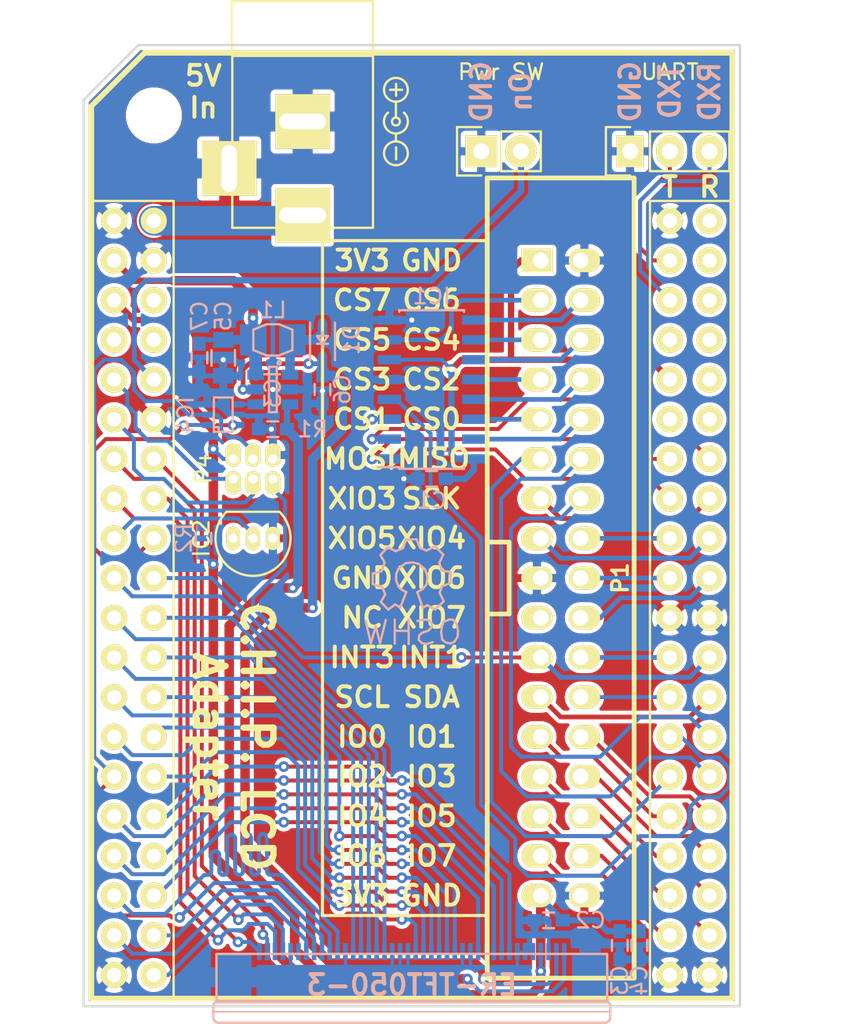
<source format=kicad_pcb>
(kicad_pcb (version 4) (host pcbnew "Rev-6964-Dev Build")
  (title_block (title "C.H.I.P. LCD Adapter & SPI Expander") (date 2016-09-02) (rev 3) (company "Cody Nybo"))
  (layers (0 F.Cu signal) (31 B.Cu signal) (34 B.Paste user hide) (35 F.Paste user hide) (36 B.SilkS user) (37 F.SilkS user) (38 B.Mask user hide) (39 F.Mask user hide) (44 Edge.Cuts user))
  (net 0 "")
  (net 1 +3V3)
  (net 2 GND)
  (net 3 /LEDA)
  (net 4 /Vin+)
  (net 5 /BAT+)
  (net 6 /On)
  (net 7 /X1)
  (net 8 /X2)
  (net 9 /Y1)
  (net 10 /Y2)
  (net 11 /PWM)
  (net 12 /R4)
  (net 13 /R3)
  (net 14 /R6)
  (net 15 /R5)
  (net 16 /G2)
  (net 17 /R7)
  (net 18 /G4)
  (net 19 /G3)
  (net 20 /G6)
  (net 21 /G5)
  (net 22 /G7)
  (net 23 /B4)
  (net 24 /B3)
  (net 25 /B6)
  (net 26 /B5)
  (net 27 /PXCLK)
  (net 28 /B7)
  (net 29 /VSYNC)
  (net 30 /HSYNC)
  (net 31 /DEN)
  (net 32 /TXD1)
  (net 33 /RXD1)
  (net 34 /ADC)
  (net 35 /CSADDR0)
  (net 36 /CSADDR1)
  (net 37 /CSADDR2)
  (net 38 /XIO5)
  (net 39 /XIO6)
  (net 40 /XIO7)
  (net 41 /SDA2)
  (net 42 /SCL2)
  (net 43 /CS)
  (net 44 /SCK)
  (net 45 /MOSI)
  (net 46 /MISO)
  (net 47 /IO0)
  (net 48 /IO1)
  (net 49 /IO2)
  (net 50 /IO3)
  (net 51 /IO4)
  (net 52 /IO5)
  (net 53 /IO6)
  (net 54 /IO7)
  (net 55 "Net-(D1-Pad2)")
  (net 56 /CS7)
  (net 57 /CS6)
  (net 58 /CS5)
  (net 59 /CS4)
  (net 60 /CS3)
  (net 61 /CS2)
  (net 62 /CS1)
  (net 63 /CS0)
  (net 64 /LEDK)
  (net 65 /INT1)
  (net 66 /INT3)
  (net 67 /XIO4)
  (net 68 "Net-(IC3-Pad4)")
  (net 69 /LCD_ON)
  (net 70 +5V)
  (net 71 /TS)
  (net 72 +1V8)
  (net 73 /SDA1)
  (net 74 /SCL1)
  (net 75 "Net-(CON1-Pad42)")
  (net 76 /SndL)
  (net 77 /SndCom)
  (net 78 /FEL)
  (net 79 /SndR)
  (net 80 /Mute)
  (net 81 /Mic)
  (net 82 /XIO3)
  (net 83 "Net-(P1-Pad19)")
  (net 84 "Net-(P5-Pad35)")
  (net 85 /1W)
  (module misc:CHIP_DIP (layer F.Cu) (at 76.2 50.8)
    (fp_text reference CON1)
    (fp_text value C.H.I.P.)
    (pad "" np_thru_hole circle (at 2.55 -6.74) (size 3.08 3.08) (drill 3.08) (layers *.Cu *.Mask F.SilkS))
    (pad 1 thru_hole circle (at 0 0) (size 1.6764 1.6764) (drill 0.9144) (layers *.Cu *.Mask F.SilkS) (net 2 GND))
    (pad 2 thru_hole circle (at 2.54 0) (size 1.6764 1.6764) (drill 0.9144) (layers *.Cu *.Mask F.SilkS) (net 4 /Vin+))
    (pad 3 thru_hole circle (at 0 2.54) (size 1.6764 1.6764) (drill 0.9144) (layers *.Cu *.Mask F.SilkS) (net 70 +5V))
    (pad 4 thru_hole circle (at 2.54 2.54) (size 1.6764 1.6764) (drill 0.9144) (layers *.Cu *.Mask F.SilkS) (net 2 GND))
    (pad 5 thru_hole circle (at 0 5.08) (size 1.6764 1.6764) (drill 0.9144) (layers *.Cu *.Mask F.SilkS) (net 1 +3V3))
    (pad 6 thru_hole circle (at 2.54 5.08) (size 1.6764 1.6764) (drill 0.9144) (layers *.Cu *.Mask F.SilkS) (net 71 /TS))
    (pad 7 thru_hole circle (at 0 7.62) (size 1.6764 1.6764) (drill 0.9144) (layers *.Cu *.Mask F.SilkS) (net 72 +1V8))
    (pad 8 thru_hole circle (at 2.54 7.62) (size 1.6764 1.6764) (drill 0.9144) (layers *.Cu *.Mask F.SilkS) (net 5 /BAT+))
    (pad 9 thru_hole circle (at 0 10.16) (size 1.6764 1.6764) (drill 0.9144) (layers *.Cu *.Mask F.SilkS) (net 73 /SDA1))
    (pad 10 thru_hole circle (at 2.54 10.16) (size 1.6764 1.6764) (drill 0.9144) (layers *.Cu *.Mask F.SilkS) (net 6 /On))
    (pad 11 thru_hole circle (at 0 12.7) (size 1.6764 1.6764) (drill 0.9144) (layers *.Cu *.Mask F.SilkS) (net 74 /SCL1))
    (pad 12 thru_hole circle (at 2.54 12.7) (size 1.6764 1.6764) (drill 0.9144) (layers *.Cu *.Mask F.SilkS) (net 2 GND))
    (pad 13 thru_hole circle (at 0 15.24) (size 1.6764 1.6764) (drill 0.9144) (layers *.Cu *.Mask F.SilkS) (net 7 /X1))
    (pad 14 thru_hole circle (at 2.54 15.24) (size 1.6764 1.6764) (drill 0.9144) (layers *.Cu *.Mask F.SilkS) (net 8 /X2))
    (pad 15 thru_hole circle (at 0 17.78) (size 1.6764 1.6764) (drill 0.9144) (layers *.Cu *.Mask F.SilkS) (net 9 /Y1))
    (pad 16 thru_hole circle (at 2.54 17.78) (size 1.6764 1.6764) (drill 0.9144) (layers *.Cu *.Mask F.SilkS) (net 10 /Y2))
    (pad 17 thru_hole circle (at 0 20.32) (size 1.6764 1.6764) (drill 0.9144) (layers *.Cu *.Mask F.SilkS) (net 85 /1W))
    (pad 18 thru_hole circle (at 2.54 20.32) (size 1.6764 1.6764) (drill 0.9144) (layers *.Cu *.Mask F.SilkS) (net 11 /PWM))
    (pad 19 thru_hole circle (at 0 22.86) (size 1.6764 1.6764) (drill 0.9144) (layers *.Cu *.Mask F.SilkS) (net 23 /B4))
    (pad 20 thru_hole circle (at 2.54 22.86) (size 1.6764 1.6764) (drill 0.9144) (layers *.Cu *.Mask F.SilkS) (net 24 /B3))
    (pad 21 thru_hole circle (at 0 25.4) (size 1.6764 1.6764) (drill 0.9144) (layers *.Cu *.Mask F.SilkS) (net 25 /B6))
    (pad 22 thru_hole circle (at 2.54 25.4) (size 1.6764 1.6764) (drill 0.9144) (layers *.Cu *.Mask F.SilkS) (net 26 /B5))
    (pad 23 thru_hole circle (at 0 27.94) (size 1.6764 1.6764) (drill 0.9144) (layers *.Cu *.Mask F.SilkS) (net 16 /G2))
    (pad 24 thru_hole circle (at 2.54 27.94) (size 1.6764 1.6764) (drill 0.9144) (layers *.Cu *.Mask F.SilkS) (net 28 /B7))
    (pad 25 thru_hole circle (at 0 30.48) (size 1.6764 1.6764) (drill 0.9144) (layers *.Cu *.Mask F.SilkS) (net 18 /G4))
    (pad 26 thru_hole circle (at 2.54 30.48) (size 1.6764 1.6764) (drill 0.9144) (layers *.Cu *.Mask F.SilkS) (net 19 /G3))
    (pad 27 thru_hole circle (at 0 33.02) (size 1.6764 1.6764) (drill 0.9144) (layers *.Cu *.Mask F.SilkS) (net 20 /G6))
    (pad 28 thru_hole circle (at 2.54 33.02) (size 1.6764 1.6764) (drill 0.9144) (layers *.Cu *.Mask F.SilkS) (net 21 /G5))
    (pad 29 thru_hole circle (at 0 35.56) (size 1.6764 1.6764) (drill 0.9144) (layers *.Cu *.Mask F.SilkS) (net 69 /LCD_ON))
    (pad 30 thru_hole circle (at 2.54 35.56) (size 1.6764 1.6764) (drill 0.9144) (layers *.Cu *.Mask F.SilkS) (net 22 /G7))
    (pad 31 thru_hole circle (at 0 38.1) (size 1.6764 1.6764) (drill 0.9144) (layers *.Cu *.Mask F.SilkS) (net 12 /R4))
    (pad 32 thru_hole circle (at 2.54 38.1) (size 1.6764 1.6764) (drill 0.9144) (layers *.Cu *.Mask F.SilkS) (net 13 /R3))
    (pad 33 thru_hole circle (at 0 40.64) (size 1.6764 1.6764) (drill 0.9144) (layers *.Cu *.Mask F.SilkS) (net 14 /R6))
    (pad 34 thru_hole circle (at 2.54 40.64) (size 1.6764 1.6764) (drill 0.9144) (layers *.Cu *.Mask F.SilkS) (net 15 /R5))
    (pad 35 thru_hole circle (at 0 43.18) (size 1.6764 1.6764) (drill 0.9144) (layers *.Cu *.Mask F.SilkS) (net 27 /PXCLK))
    (pad 36 thru_hole circle (at 2.54 43.18) (size 1.6764 1.6764) (drill 0.9144) (layers *.Cu *.Mask F.SilkS) (net 17 /R7))
    (pad 37 thru_hole circle (at 0 45.72) (size 1.6764 1.6764) (drill 0.9144) (layers *.Cu *.Mask F.SilkS) (net 29 /VSYNC))
    (pad 38 thru_hole circle (at 2.54 45.72) (size 1.6764 1.6764) (drill 0.9144) (layers *.Cu *.Mask F.SilkS) (net 30 /HSYNC))
    (pad 39 thru_hole circle (at 0 48.26) (size 1.6764 1.6764) (drill 0.9144) (layers *.Cu *.Mask F.SilkS) (net 2 GND))
    (pad 40 thru_hole circle (at 2.54 48.26) (size 1.6764 1.6764) (drill 0.9144) (layers *.Cu *.Mask F.SilkS) (net 31 /DEN))
    (pad 41 thru_hole circle (at 35.56 0) (size 1.6764 1.6764) (drill 0.9144) (layers *.Cu *.Mask F.SilkS) (net 2 GND))
    (pad 42 thru_hole circle (at 38.1 0) (size 1.6764 1.6764) (drill 0.9144) (layers *.Cu *.Mask F.SilkS) (net 75 "Net-(CON1-Pad42)"))
    (pad 43 thru_hole circle (at 35.56 2.54) (size 1.6764 1.6764) (drill 0.9144) (layers *.Cu *.Mask F.SilkS) (net 32 /TXD1))
    (pad 44 thru_hole circle (at 38.1 2.54) (size 1.6764 1.6764) (drill 0.9144) (layers *.Cu *.Mask F.SilkS) (net 76 /SndL))
    (pad 45 thru_hole circle (at 35.56 5.08) (size 1.6764 1.6764) (drill 0.9144) (layers *.Cu *.Mask F.SilkS) (net 33 /RXD1))
    (pad 46 thru_hole circle (at 38.1 5.08) (size 1.6764 1.6764) (drill 0.9144) (layers *.Cu *.Mask F.SilkS) (net 77 /SndCom))
    (pad 47 thru_hole circle (at 35.56 7.62) (size 1.6764 1.6764) (drill 0.9144) (layers *.Cu *.Mask F.SilkS) (net 78 /FEL))
    (pad 48 thru_hole circle (at 38.1 7.62) (size 1.6764 1.6764) (drill 0.9144) (layers *.Cu *.Mask F.SilkS) (net 79 /SndR))
    (pad 49 thru_hole circle (at 35.56 10.16) (size 1.6764 1.6764) (drill 0.9144) (layers *.Cu *.Mask F.SilkS) (net 1 +3V3))
    (pad 50 thru_hole circle (at 38.1 10.16) (size 1.6764 1.6764) (drill 0.9144) (layers *.Cu *.Mask F.SilkS) (net 80 /Mute))
    (pad 51 thru_hole circle (at 35.56 12.7) (size 1.6764 1.6764) (drill 0.9144) (layers *.Cu *.Mask F.SilkS) (net 34 /ADC))
    (pad 52 thru_hole circle (at 38.1 12.7) (size 1.6764 1.6764) (drill 0.9144) (layers *.Cu *.Mask F.SilkS) (net 81 /Mic))
    (pad 53 thru_hole circle (at 35.56 15.24) (size 1.6764 1.6764) (drill 0.9144) (layers *.Cu *.Mask F.SilkS) (net 35 /CSADDR0))
    (pad 54 thru_hole circle (at 38.1 15.24) (size 1.6764 1.6764) (drill 0.9144) (layers *.Cu *.Mask F.SilkS) (net 36 /CSADDR1))
    (pad 55 thru_hole circle (at 35.56 17.78) (size 1.6764 1.6764) (drill 0.9144) (layers *.Cu *.Mask F.SilkS) (net 37 /CSADDR2))
    (pad 56 thru_hole circle (at 38.1 17.78) (size 1.6764 1.6764) (drill 0.9144) (layers *.Cu *.Mask F.SilkS) (net 82 /XIO3))
    (pad 57 thru_hole circle (at 35.56 20.32) (size 1.6764 1.6764) (drill 0.9144) (layers *.Cu *.Mask F.SilkS) (net 67 /XIO4))
    (pad 58 thru_hole circle (at 38.1 20.32) (size 1.6764 1.6764) (drill 0.9144) (layers *.Cu *.Mask F.SilkS) (net 38 /XIO5))
    (pad 59 thru_hole circle (at 35.56 22.86) (size 1.6764 1.6764) (drill 0.9144) (layers *.Cu *.Mask F.SilkS) (net 39 /XIO6))
    (pad 60 thru_hole circle (at 38.1 22.86) (size 1.6764 1.6764) (drill 0.9144) (layers *.Cu *.Mask F.SilkS) (net 40 /XIO7))
    (pad 61 thru_hole circle (at 35.56 25.4) (size 1.6764 1.6764) (drill 0.9144) (layers *.Cu *.Mask F.SilkS) (net 2 GND))
    (pad 62 thru_hole circle (at 38.1 25.4) (size 1.6764 1.6764) (drill 0.9144) (layers *.Cu *.Mask F.SilkS) (net 2 GND))
    (pad 63 thru_hole circle (at 35.56 27.94) (size 1.6764 1.6764) (drill 0.9144) (layers *.Cu *.Mask F.SilkS) (net 65 /INT1))
    (pad 64 thru_hole circle (at 38.1 27.94) (size 1.6764 1.6764) (drill 0.9144) (layers *.Cu *.Mask F.SilkS) (net 66 /INT3))
    (pad 65 thru_hole circle (at 35.56 30.48) (size 1.6764 1.6764) (drill 0.9144) (layers *.Cu *.Mask F.SilkS) (net 41 /SDA2))
    (pad 66 thru_hole circle (at 38.1 30.48) (size 1.6764 1.6764) (drill 0.9144) (layers *.Cu *.Mask F.SilkS) (net 42 /SCL2))
    (pad 67 thru_hole circle (at 35.56 33.02) (size 1.6764 1.6764) (drill 0.9144) (layers *.Cu *.Mask F.SilkS) (net 43 /CS))
    (pad 68 thru_hole circle (at 38.1 33.02) (size 1.6764 1.6764) (drill 0.9144) (layers *.Cu *.Mask F.SilkS) (net 44 /SCK))
    (pad 69 thru_hole circle (at 35.56 35.56) (size 1.6764 1.6764) (drill 0.9144) (layers *.Cu *.Mask F.SilkS) (net 45 /MOSI))
    (pad 70 thru_hole circle (at 38.1 35.56) (size 1.6764 1.6764) (drill 0.9144) (layers *.Cu *.Mask F.SilkS) (net 46 /MISO))
    (pad 71 thru_hole circle (at 35.56 38.1) (size 1.6764 1.6764) (drill 0.9144) (layers *.Cu *.Mask F.SilkS) (net 47 /IO0))
    (pad 72 thru_hole circle (at 38.1 38.1) (size 1.6764 1.6764) (drill 0.9144) (layers *.Cu *.Mask F.SilkS) (net 48 /IO1))
    (pad 73 thru_hole circle (at 35.56 40.64) (size 1.6764 1.6764) (drill 0.9144) (layers *.Cu *.Mask F.SilkS) (net 49 /IO2))
    (pad 74 thru_hole circle (at 38.1 40.64) (size 1.6764 1.6764) (drill 0.9144) (layers *.Cu *.Mask F.SilkS) (net 50 /IO3))
    (pad 75 thru_hole circle (at 35.56 43.18) (size 1.6764 1.6764) (drill 0.9144) (layers *.Cu *.Mask F.SilkS) (net 51 /IO4))
    (pad 76 thru_hole circle (at 38.1 43.18) (size 1.6764 1.6764) (drill 0.9144) (layers *.Cu *.Mask F.SilkS) (net 52 /IO5))
    (pad 77 thru_hole circle (at 35.56 45.72) (size 1.6764 1.6764) (drill 0.9144) (layers *.Cu *.Mask F.SilkS) (net 53 /IO6))
    (pad 78 thru_hole circle (at 38.1 45.72) (size 1.6764 1.6764) (drill 0.9144) (layers *.Cu *.Mask F.SilkS) (net 54 /IO7))
    (pad 79 thru_hole circle (at 35.56 48.26) (size 1.6764 1.6764) (drill 0.9144) (layers *.Cu *.Mask F.SilkS) (net 2 GND))
    (pad 80 thru_hole circle (at 38.1 48.26) (size 1.6764 1.6764) (drill 0.9144) (layers *.Cu *.Mask F.SilkS) (net 2 GND))
  )
  (module Pin_Headers:Pin_Header_Straight_2x20 (layer B.Cu) (at 114.3 50.8 180)
    (fp_text reference REF** hide)
    (fp_text value Pin_Header_Straight_2x20)
  )
  (module Pin_Headers:Pin_Header_Straight_2x20 (layer B.Cu) (at 78.74 50.8 180)
    (fp_text reference REF** hide)
    (fp_text value Pin_Header_Straight_2x20)
  )
  (module connectors:TE_40_PIN_LCD_Connector (layer B.Cu) (at 95.25 97.56 180)
    (fp_text reference P5)
    (fp_text value LCD)
    (pad 1 smd rect (at -9.75 0 180) (size 0.3 1.1) (layers B.Cu B.Paste B.Mask) (net 64 /LEDK))
    (pad 2 smd rect (at -9.25 0 180) (size 0.3 1.1) (layers B.Cu B.Paste B.Mask) (net 3 /LEDA))
    (pad 3 smd rect (at -8.75 0 180) (size 0.3 1.1) (layers B.Cu B.Paste B.Mask) (net 2 GND))
    (pad 4 smd rect (at -8.25 0 180) (size 0.3 1.1) (layers B.Cu B.Paste B.Mask) (net 1 +3V3))
    (pad 5 smd rect (at -7.75 0 180) (size 0.3 1.1) (layers B.Cu B.Paste B.Mask) (net 2 GND))
    (pad 6 smd rect (at -7.25 0 180) (size 0.3 1.1) (layers B.Cu B.Paste B.Mask) (net 2 GND))
    (pad 7 smd rect (at -6.75 0 180) (size 0.3 1.1) (layers B.Cu B.Paste B.Mask) (net 2 GND))
    (pad 8 smd rect (at -6.25 0 180) (size 0.3 1.1) (layers B.Cu B.Paste B.Mask) (net 13 /R3))
    (pad 9 smd rect (at -5.75 0 180) (size 0.3 1.1) (layers B.Cu B.Paste B.Mask) (net 12 /R4))
    (pad 10 smd rect (at -5.25 0 180) (size 0.3 1.1) (layers B.Cu B.Paste B.Mask) (net 15 /R5))
    (pad 11 smd rect (at -4.75 0 180) (size 0.3 1.1) (layers B.Cu B.Paste B.Mask) (net 14 /R6))
    (pad 12 smd rect (at -4.25 0 180) (size 0.3 1.1) (layers B.Cu B.Paste B.Mask) (net 17 /R7))
    (pad 13 smd rect (at -3.75 0 180) (size 0.3 1.1) (layers B.Cu B.Paste B.Mask) (net 2 GND))
    (pad 14 smd rect (at -3.25 0 180) (size 0.3 1.1) (layers B.Cu B.Paste B.Mask) (net 2 GND))
    (pad 15 smd rect (at -2.75 0 180) (size 0.3 1.1) (layers B.Cu B.Paste B.Mask) (net 16 /G2))
    (pad 16 smd rect (at -2.25 0 180) (size 0.3 1.1) (layers B.Cu B.Paste B.Mask) (net 19 /G3))
    (pad 17 smd rect (at -1.75 0 180) (size 0.3 1.1) (layers B.Cu B.Paste B.Mask) (net 18 /G4))
    (pad 18 smd rect (at -1.25 0 180) (size 0.3 1.1) (layers B.Cu B.Paste B.Mask) (net 21 /G5))
    (pad 19 smd rect (at -0.75 0 180) (size 0.3 1.1) (layers B.Cu B.Paste B.Mask) (net 20 /G6))
    (pad 20 smd rect (at -0.25 0 180) (size 0.3 1.1) (layers B.Cu B.Paste B.Mask) (net 22 /G7))
    (pad 21 smd rect (at 0.25 0 180) (size 0.3 1.1) (layers B.Cu B.Paste B.Mask) (net 2 GND))
    (pad 22 smd rect (at 0.75 0 180) (size 0.3 1.1) (layers B.Cu B.Paste B.Mask) (net 2 GND))
    (pad 23 smd rect (at 1.25 0 180) (size 0.3 1.1) (layers B.Cu B.Paste B.Mask) (net 2 GND))
    (pad 24 smd rect (at 1.75 0 180) (size 0.3 1.1) (layers B.Cu B.Paste B.Mask) (net 24 /B3))
    (pad 25 smd rect (at 2.25 0 180) (size 0.3 1.1) (layers B.Cu B.Paste B.Mask) (net 23 /B4))
    (pad 26 smd rect (at 2.75 0 180) (size 0.3 1.1) (layers B.Cu B.Paste B.Mask) (net 26 /B5))
    (pad 27 smd rect (at 3.25 0 180) (size 0.3 1.1) (layers B.Cu B.Paste B.Mask) (net 25 /B6))
    (pad 28 smd rect (at 3.75 0 180) (size 0.3 1.1) (layers B.Cu B.Paste B.Mask) (net 28 /B7))
    (pad 29 smd rect (at 4.25 0 180) (size 0.3 1.1) (layers B.Cu B.Paste B.Mask) (net 2 GND))
    (pad 30 smd rect (at 4.75 0 180) (size 0.3 1.1) (layers B.Cu B.Paste B.Mask) (net 27 /PXCLK))
    (pad 31 smd rect (at 5.25 0 180) (size 0.3 1.1) (layers B.Cu B.Paste B.Mask) (net 69 /LCD_ON))
    (pad 32 smd rect (at 5.75 0 180) (size 0.3 1.1) (layers B.Cu B.Paste B.Mask) (net 30 /HSYNC))
    (pad 33 smd rect (at 6.25 0 180) (size 0.3 1.1) (layers B.Cu B.Paste B.Mask) (net 29 /VSYNC))
    (pad 34 smd rect (at 6.75 0 180) (size 0.3 1.1) (layers B.Cu B.Paste B.Mask) (net 31 /DEN))
    (pad 35 smd rect (at 7.25 0 180) (size 0.3 1.1) (layers B.Cu B.Paste B.Mask) (net 84 "Net-(P5-Pad35)"))
    (pad 36 smd rect (at 7.75 0 180) (size 0.3 1.1) (layers B.Cu B.Paste B.Mask) (net 2 GND))
    (pad 37 smd rect (at 8.25 0 180) (size 0.3 1.1) (layers B.Cu B.Paste B.Mask) (net 7 /X1))
    (pad 38 smd rect (at 8.75 0 180) (size 0.3 1.1) (layers B.Cu B.Paste B.Mask) (net 9 /Y1))
    (pad 39 smd rect (at 9.25 0 180) (size 0.3 1.1) (layers B.Cu B.Paste B.Mask) (net 8 /X2))
    (pad 40 smd rect (at 9.75 0 180) (size 0.3 1.1) (layers B.Cu B.Paste B.Mask) (net 10 /Y2))
    (pad 3 smd rect (at 11.4 -1.65 180) (size 2.3 3.1) (layers B.Cu B.Paste B.Mask) (net 2 GND))
    (pad 3 smd rect (at -11.4 -1.65 180) (size 2.3 3.1) (layers B.Cu B.Paste B.Mask) (net 2 GND))
  )
  (module capacitor_smd:C_0603 (layer B.Cu) (at 96.52 67.31 180)
    (fp_text reference C1 (at 0 -1.397 180) (layer B.SilkS) (effects (justify mirror)))
    (fp_text value 0.1µF)
    (pad 1 smd rect (at -0.9 0 180) (size 0.9 0.8) (layers B.Cu B.Paste B.Mask) (net 1 +3V3))
    (pad 2 smd rect (at 0.9 0 180) (size 0.9 0.8) (layers B.Cu B.Paste B.Mask) (net 2 GND))
  )
  (module capacitor_smd:C_0603 (layer B.Cu) (at 104 95.56 180)
    (fp_text reference C2 (at -2.68 0 180) (layer B.SilkS) (effects (justify mirror)))
    (fp_text value 0.1µF)
    (pad 1 smd rect (at -0.9 0 180) (size 0.9 0.8) (layers B.Cu B.Paste B.Mask) (net 1 +3V3))
    (pad 2 smd rect (at 0.9 0 180) (size 0.9 0.8) (layers B.Cu B.Paste B.Mask) (net 2 GND))
  )
  (module capacitor_smd:C_0603 (layer B.Cu) (at 108.56 97.155 270)
    (fp_text reference C3 (at 2.25 0 270) (layer B.SilkS) (effects (justify mirror)))
    (fp_text value 1µF)
    (pad 1 smd rect (at -0.9 0 270) (size 0.9 0.8) (layers B.Cu B.Paste B.Mask) (net 1 +3V3))
    (pad 2 smd rect (at 0.9 0 270) (size 0.9 0.8) (layers B.Cu B.Paste B.Mask) (net 2 GND))
  )
  (module capacitor_smd:C_0603 (layer B.Cu) (at 109.81 97.155 270)
    (fp_text reference C4 (at 2.25 0 270) (layer B.SilkS) (effects (justify mirror)))
    (fp_text value 10µF)
    (pad 1 smd rect (at -0.9 0 270) (size 0.9 0.8) (layers B.Cu B.Paste B.Mask) (net 1 +3V3))
    (pad 2 smd rect (at 0.9 0 270) (size 0.9 0.8) (layers B.Cu B.Paste B.Mask) (net 2 GND))
  )
  (module Housings_SOIC:SOIC-16_3.9x9.9mm_Pitch1.27mm (layer B.Cu) (at 96.52 61.595)
    (fp_text reference IC1 (at 0 -5.969) (layer B.SilkS) (effects (justify mirror)))
    (fp_text value 74LVC138)
    (pad 1 smd rect (at -2.7 4.445) (size 1.5 0.6) (layers B.Cu B.Paste B.Mask) (net 35 /CSADDR0))
    (pad 2 smd rect (at -2.7 3.175) (size 1.5 0.6) (layers B.Cu B.Paste B.Mask) (net 36 /CSADDR1))
    (pad 3 smd rect (at -2.7 1.905) (size 1.5 0.6) (layers B.Cu B.Paste B.Mask) (net 37 /CSADDR2))
    (pad 4 smd rect (at -2.7 0.635) (size 1.5 0.6) (layers B.Cu B.Paste B.Mask) (net 43 /CS))
    (pad 5 smd rect (at -2.7 -0.635) (size 1.5 0.6) (layers B.Cu B.Paste B.Mask) (net 2 GND))
    (pad 6 smd rect (at -2.7 -1.905) (size 1.5 0.6) (layers B.Cu B.Paste B.Mask) (net 1 +3V3))
    (pad 7 smd rect (at -2.7 -3.175) (size 1.5 0.6) (layers B.Cu B.Paste B.Mask) (net 56 /CS7))
    (pad 8 smd rect (at -2.7 -4.445) (size 1.5 0.6) (layers B.Cu B.Paste B.Mask) (net 2 GND))
    (pad 9 smd rect (at 2.7 -4.445) (size 1.5 0.6) (layers B.Cu B.Paste B.Mask) (net 57 /CS6))
    (pad 10 smd rect (at 2.7 -3.175) (size 1.5 0.6) (layers B.Cu B.Paste B.Mask) (net 58 /CS5))
    (pad 11 smd rect (at 2.7 -1.905) (size 1.5 0.6) (layers B.Cu B.Paste B.Mask) (net 59 /CS4))
    (pad 12 smd rect (at 2.7 -0.635) (size 1.5 0.6) (layers B.Cu B.Paste B.Mask) (net 60 /CS3))
    (pad 13 smd rect (at 2.7 0.635) (size 1.5 0.6) (layers B.Cu B.Paste B.Mask) (net 61 /CS2))
    (pad 14 smd rect (at 2.7 1.905) (size 1.5 0.6) (layers B.Cu B.Paste B.Mask) (net 62 /CS1))
    (pad 15 smd rect (at 2.7 3.175) (size 1.5 0.6) (layers B.Cu B.Paste B.Mask) (net 63 /CS0))
    (pad 16 smd rect (at 2.7 4.445) (size 1.5 0.6) (layers B.Cu B.Paste B.Mask) (net 1 +3V3))
  )
  (module Pin_Headers:Pin_Header_Straight_1x03 (layer F.Cu) (at 109.22 46.355 90)
    (fp_text reference P2)
    (fp_text value UART (at 5.08 2.54 180) (layer F.SilkS))
    (pad 1 thru_hole rect (at 0 0 90) (size 2.032 1.7272) (drill 1.016) (layers *.Cu *.Mask F.SilkS) (net 2 GND))
    (pad 2 thru_hole oval (at 0 2.54 90) (size 2.032 1.7272) (drill 1.016) (layers *.Cu *.Mask F.SilkS) (net 32 /TXD1))
    (pad 3 thru_hole oval (at 0 5.08 90) (size 2.032 1.7272) (drill 1.016) (layers *.Cu *.Mask F.SilkS) (net 33 /RXD1))
  )
  (module Pin_Headers:Pin_Header_Straight_1x02 (layer F.Cu) (at 99.695 46.355 90)
    (fp_text reference P3)
    (fp_text value "Pwr SW" (at 5.08 1.27 180) (layer F.SilkS))
    (pad 1 thru_hole rect (at 0 0 90) (size 2.032 2.032) (drill 1.016) (layers *.Cu *.Mask F.SilkS) (net 2 GND))
    (pad 2 thru_hole oval (at 0 2.54 90) (size 2.032 2.032) (drill 1.016) (layers *.Cu *.Mask F.SilkS) (net 6 /On))
  )
  (module w_conn_strip:vasch_strip_17x2 (layer F.Cu) (at 104.775 73.66 270)
    (fp_text reference P1 (at 0 -3.81 270) (layer F.SilkS) (effects (font (thickness 0.2032))))
    (fp_text value GPIO hide)
    (pad 34 thru_hole oval (at 20.32 -1.27 270) (size 1.5 2) (drill 1 (offset 0 -0.25)) (layers *.Cu *.Mask F.SilkS) (net 2 GND))
    (pad 33 thru_hole oval (at 20.32 1.27 270) (size 1.5 2) (drill 1 (offset 0 0.25)) (layers *.Cu *.Mask F.SilkS) (net 1 +3V3))
    (pad 31 thru_hole oval (at 17.78 1.27 270) (size 1.5 2) (drill 1 (offset 0 0.25)) (layers *.Cu *.Mask F.SilkS) (net 53 /IO6))
    (pad 32 thru_hole oval (at 17.78 -1.27 270) (size 1.5 2) (drill 1 (offset 0 -0.25)) (layers *.Cu *.Mask F.SilkS) (net 54 /IO7))
    (pad 27 thru_hole oval (at 12.7 1.27 270) (size 1.5 2) (drill 1 (offset 0 0.25)) (layers *.Cu *.Mask F.SilkS) (net 49 /IO2))
    (pad 28 thru_hole oval (at 12.7 -1.27 270) (size 1.5 2) (drill 1 (offset 0 -0.25)) (layers *.Cu *.Mask F.SilkS) (net 50 /IO3))
    (pad 30 thru_hole oval (at 15.24 -1.27 270) (size 1.5 2) (drill 1 (offset 0 -0.25)) (layers *.Cu *.Mask F.SilkS) (net 52 /IO5))
    (pad 29 thru_hole oval (at 15.24 1.27 270) (size 1.5 2) (drill 1 (offset 0 0.25)) (layers *.Cu *.Mask F.SilkS) (net 51 /IO4))
    (pad 25 thru_hole oval (at 10.16 1.27 270) (size 1.5 2) (drill 1 (offset 0 0.25)) (layers *.Cu *.Mask F.SilkS) (net 47 /IO0))
    (pad 26 thru_hole oval (at 10.16 -1.27 270) (size 1.5 2) (drill 1 (offset 0 -0.25)) (layers *.Cu *.Mask F.SilkS) (net 48 /IO1))
    (pad 24 thru_hole oval (at 7.62 -1.27 270) (size 1.5 2) (drill 1 (offset 0 -0.25)) (layers *.Cu *.Mask F.SilkS) (net 41 /SDA2))
    (pad 23 thru_hole oval (at 7.62 1.27 270) (size 1.5 2) (drill 1 (offset 0 0.25)) (layers *.Cu *.Mask F.SilkS) (net 42 /SCL2))
    (pad 21 thru_hole oval (at 5.08 1.27 270) (size 1.5 2) (drill 1 (offset 0 0.25)) (layers *.Cu *.Mask F.SilkS) (net 66 /INT3))
    (pad 22 thru_hole oval (at 5.08 -1.27 270) (size 1.5 2) (drill 1 (offset 0 -0.25)) (layers *.Cu *.Mask F.SilkS) (net 65 /INT1))
    (pad 20 thru_hole oval (at 2.54 -1.27 270) (size 1.5 2) (drill 1 (offset 0 -0.25)) (layers *.Cu *.Mask F.SilkS) (net 40 /XIO7))
    (pad 19 thru_hole oval (at 2.54 1.27 270) (size 1.5 2) (drill 1 (offset 0 0.25)) (layers *.Cu *.Mask F.SilkS) (net 83 "Net-(P1-Pad19)"))
    (pad 17 thru_hole oval (at 0 1.27 270) (size 1.5 2) (drill 1 (offset 0 0.25)) (layers *.Cu *.Mask F.SilkS) (net 2 GND))
    (pad 18 thru_hole oval (at 0 -1.27 270) (size 1.5 2) (drill 1 (offset 0 -0.25)) (layers *.Cu *.Mask F.SilkS) (net 39 /XIO6))
    (pad 16 thru_hole oval (at -2.54 -1.27 270) (size 1.5 2) (drill 1 (offset 0 -0.25)) (layers *.Cu *.Mask F.SilkS) (net 67 /XIO4))
    (pad 15 thru_hole oval (at -2.54 1.27 270) (size 1.5 2) (drill 1 (offset 0 0.25)) (layers *.Cu *.Mask F.SilkS) (net 38 /XIO5))
    (pad 13 thru_hole oval (at -5.08 1.27 270) (size 1.5 2) (drill 1 (offset 0 0.25)) (layers *.Cu *.Mask F.SilkS) (net 82 /XIO3))
    (pad 14 thru_hole oval (at -5.08 -1.27 270) (size 1.5 2) (drill 1 (offset 0 -0.25)) (layers *.Cu *.Mask F.SilkS) (net 44 /SCK))
    (pad 12 thru_hole oval (at -7.62 -1.27 270) (size 1.5 2) (drill 1 (offset 0 -0.25)) (layers *.Cu *.Mask F.SilkS) (net 46 /MISO))
    (pad 11 thru_hole oval (at -7.62 1.27 270) (size 1.5 2) (drill 1 (offset 0 0.25)) (layers *.Cu *.Mask F.SilkS) (net 45 /MOSI))
    (pad 9 thru_hole oval (at -10.16 1.27 270) (size 1.5 2) (drill 1 (offset 0 0.25)) (layers *.Cu *.Mask F.SilkS) (net 62 /CS1))
    (pad 10 thru_hole oval (at -10.16 -1.27 270) (size 1.5 2) (drill 1 (offset 0 -0.25)) (layers *.Cu *.Mask F.SilkS) (net 63 /CS0))
    (pad 8 thru_hole oval (at -12.7 -1.27 270) (size 1.5 2) (drill 1 (offset 0 -0.25)) (layers *.Cu *.Mask F.SilkS) (net 61 /CS2))
    (pad 7 thru_hole oval (at -12.7 1.27 270) (size 1.5 2) (drill 1 (offset 0 0.25)) (layers *.Cu *.Mask F.SilkS) (net 60 /CS3))
    (pad 1 thru_hole rect (at -20.32 1.27 270) (size 1.5 2) (drill 1 (offset 0 0.25)) (layers *.Cu *.Mask F.SilkS) (net 1 +3V3))
    (pad 2 thru_hole oval (at -20.32 -1.27 270) (size 1.5 2) (drill 1 (offset 0 -0.25)) (layers *.Cu *.Mask F.SilkS) (net 2 GND))
    (pad 3 thru_hole oval (at -17.78 1.27 270) (size 1.5 2) (drill 1 (offset 0 0.25)) (layers *.Cu *.Mask F.SilkS) (net 56 /CS7))
    (pad 4 thru_hole oval (at -17.78 -1.27 270) (size 1.5 2) (drill 1 (offset 0 -0.25)) (layers *.Cu *.Mask F.SilkS) (net 57 /CS6))
    (pad 5 thru_hole oval (at -15.24 1.27 270) (size 1.5 2) (drill 1 (offset 0 0.25)) (layers *.Cu *.Mask F.SilkS) (net 58 /CS5))
    (pad 6 thru_hole oval (at -15.24 -1.27 270) (size 1.5 2) (drill 1 (offset 0 -0.25)) (layers *.Cu *.Mask F.SilkS) (net 59 /CS4))
  )
  (module capacitor_smd:C_0603 (layer B.Cu) (at 81.661 59.563 270)
    (fp_text reference C7 (at -2.667 0 270) (layer B.SilkS) (effects (justify mirror)))
    (fp_text value 0.1µF)
    (pad 1 smd rect (at -0.9 0 270) (size 0.9 0.8) (layers B.Cu B.Paste B.Mask) (net 70 +5V))
    (pad 2 smd rect (at 0.9 0 270) (size 0.9 0.8) (layers B.Cu B.Paste B.Mask) (net 2 GND))
  )
  (module TO_SOT_Packages_THT:TO-92_Inline_Narrow_Oval (layer F.Cu) (at 86.36 71.12 180)
    (fp_text reference IC2 (at 4.572 0 270) (layer F.SilkS))
    (fp_text value DS2431)
    (pad 2 thru_hole oval (at 1.27 0) (size 0.89916 1.50114) (drill 0.6) (layers *.Cu *.Mask F.SilkS) (net 85 /1W))
    (pad 3 thru_hole oval (at 2.54 0) (size 0.89916 1.50114) (drill 0.6) (layers *.Cu *.Mask F.SilkS))
    (pad 1 thru_hole oval (at 0 0) (size 0.89916 1.50114) (drill 0.6) (layers *.Cu *.Mask F.SilkS) (net 2 GND))
  )
  (module TO_SOT_Packages_SMD:SOT-23-6 (layer B.Cu) (at 86.36 61.595 180)
    (fp_text reference IC3 (at 0 0 270) (layer B.SilkS) (effects (justify mirror)))
    (fp_text value AP3032)
    (pad 1 smd rect (at -1.1 0.95 180) (size 1.06 0.65) (layers B.Cu B.Paste B.Mask) (net 55 "Net-(D1-Pad2)"))
    (pad 2 smd rect (at -1.1 0 180) (size 1.06 0.65) (layers B.Cu B.Paste B.Mask) (net 2 GND))
    (pad 3 smd rect (at -1.1 -0.95 180) (size 1.06 0.65) (layers B.Cu B.Paste B.Mask) (net 64 /LEDK))
    (pad 4 smd rect (at 1.1 -0.95 180) (size 1.06 0.65) (layers B.Cu B.Paste B.Mask) (net 68 "Net-(IC3-Pad4)"))
    (pad 6 smd rect (at 1.1 0.95 180) (size 1.06 0.65) (layers B.Cu B.Paste B.Mask) (net 70 +5V))
    (pad 5 smd rect (at 1.1 0 180) (size 1.06 0.65) (layers B.Cu B.Paste B.Mask) (net 3 /LEDA))
  )
  (module inductor:TDK_VLS-E-CA (layer B.Cu) (at 86.36 58.42)
    (fp_text reference L1 (at 0 -1.905) (layer B.SilkS) (effects (justify mirror)))
    (fp_text value 6.8µH)
    (pad 1 smd rect (at -1.25 0) (size 1.7 2) (layers B.Cu B.Paste B.Mask) (net 70 +5V))
    (pad 2 smd rect (at 1.25 0) (size 1.7 2) (layers B.Cu B.Paste B.Mask) (net 55 "Net-(D1-Pad2)"))
  )
  (module capacitor_smd:C_0603 (layer B.Cu) (at 86.36 64.135 180)
    (fp_text reference R1 (at -2.54 0 180) (layer B.SilkS) (effects (justify mirror)))
    (fp_text value 5.6Ω)
    (pad 1 smd rect (at -0.9 0 180) (size 0.9 0.8) (layers B.Cu B.Paste B.Mask) (net 64 /LEDK))
    (pad 2 smd rect (at 0.9 0 180) (size 0.9 0.8) (layers B.Cu B.Paste B.Mask) (net 2 GND))
  )
  (module capacitor_smd:C_0603 (layer B.Cu) (at 81.915 71.12 90)
    (fp_text reference R2 (at 0 -1.27 90) (layer B.SilkS) (effects (justify mirror)))
    (fp_text value 4.7K)
    (pad 1 smd rect (at -0.9 0 90) (size 0.9 0.8) (layers B.Cu B.Paste B.Mask) (net 1 +3V3))
    (pad 2 smd rect (at 0.9 0 90) (size 0.9 0.8) (layers B.Cu B.Paste B.Mask) (net 85 /1W))
  )
  (module TO_SOT_Packages_SMD:SC-70-5 (layer B.Cu) (at 83.185 63.2054 90)
    (fp_text reference IC4 (at -0.0406 -2.413 270) (layer B.SilkS) (effects (justify mirror)))
    (fp_text value 74AHC1G08)
    (pad 1 smd rect (at -0.6604 -1.016 90) (size 0.4064 0.6604) (layers B.Cu B.Paste B.Mask) (net 11 /PWM))
    (pad 3 smd rect (at 0.6604 -1.016 90) (size 0.4064 0.6604) (layers B.Cu B.Paste B.Mask) (net 2 GND))
    (pad 2 smd rect (at 0 -1.016 90) (size 0.4064 0.6604) (layers B.Cu B.Paste B.Mask) (net 69 /LCD_ON))
    (pad 4 smd rect (at 0.6604 1.016 90) (size 0.4064 0.6604) (layers B.Cu B.Paste B.Mask) (net 68 "Net-(IC3-Pad4)"))
    (pad 5 smd rect (at -0.6604 1.016 90) (size 0.4064 0.6604) (layers B.Cu B.Paste B.Mask) (net 1 +3V3))
  )
  (module Connect:BARREL_JACK (layer F.Cu) (at 88.265 44.24934 270)
    (fp_text reference CON2 hide)
    (fp_text value Power)
    (pad 1 thru_hole rect (at 6.20014 0 270) (size 3.50012 3.50012) (drill oval 1.00076 2.99974) (layers *.Cu *.Mask F.SilkS) (net 4 /Vin+))
    (pad 2 thru_hole rect (at 0.20066 0 270) (size 3.50012 3.50012) (drill oval 1.00076 2.99974) (layers *.Cu *.Mask F.SilkS) (net 2 GND))
    (pad 3 thru_hole rect (at 3.2004 4.699 270) (size 3.50012 3.50012) (drill oval 2.99974 1.00076) (layers *.Cu *.Mask F.SilkS) (net 2 GND))
  )
  (module capacitor_smd:C_0805 (layer B.Cu) (at 83.185 59.57 270)
    (fp_text reference C5 (at -2.674 0 270) (layer B.SilkS) (effects (justify mirror)))
    (fp_text value 10µF)
    (pad 1 smd rect (at -1.15 0 270) (size 1 1.3) (layers B.Cu B.Paste B.Mask) (net 70 +5V))
    (pad 2 smd rect (at 1.15 0 270) (size 1 1.3) (layers B.Cu B.Paste B.Mask) (net 2 GND))
  )
  (module capacitor_smd:C_0603 (layer B.Cu) (at 89.535 61.595 270)
    (fp_text reference C6 (at 0 -1.27 270) (layer B.SilkS) (effects (justify mirror)))
    (fp_text value 1µF)
    (pad 1 smd rect (at -0.9 0 270) (size 0.9 0.8) (layers B.Cu B.Paste B.Mask) (net 3 /LEDA))
    (pad 2 smd rect (at 0.9 0 270) (size 0.9 0.8) (layers B.Cu B.Paste B.Mask) (net 2 GND))
  )
  (module Diodes_SMD:SOD-323 (layer B.Cu) (at 89.535 58.42 90)
    (fp_text reference D1 (at 0 1.85 90) (layer B.SilkS) (effects (justify mirror)))
    (fp_text value DB2J40700)
    (pad 1 smd rect (at -1.055 0 90) (size 0.59 0.45) (layers B.Cu B.Paste B.Mask) (net 3 /LEDA))
    (pad 2 smd rect (at 1.055 0 90) (size 0.59 0.45) (layers B.Cu B.Paste B.Mask) (net 55 "Net-(D1-Pad2)"))
  )
  (module misc:Polarity_Marker_Center_Pos (layer F.Cu) (at 94.234 44.45 90)
    (fp_text reference REF** hide)
    (fp_text value Polarity_Marker_Center_Pos hide)
    (fp_text user + (at 2.032 -0.0635 90) (layer F.SilkS))
    (fp_text user - (at -2.032 -0.0635 90) (layer F.SilkS))
  )
  (module Symbols:Symbol_OSHW-Logo_SilkScreen (layer B.Cu) (at 95.25 73.66 180)
    (fp_text reference REF** hide)
    (fp_text value Symbol_OSHW-Logo_SilkScreen)
  )
  (module connectors:02x03_Header_0.05 (layer F.Cu) (at 83.82 66.675 90)
    (fp_text reference P4 (at 0 -1.905 90) (layer F.SilkS))
    (fp_text value TS)
    (pad 1 thru_hole oval (at -0.635 0 90) (size 1.5 1) (drill 0.6 (offset -0.25 0)) (layers *.Cu *.Mask F.SilkS) (net 73 /SDA1))
    (pad 2 thru_hole oval (at 0.635 0 90) (size 1.5 1) (drill 0.6 (offset 0.25 0)) (layers *.Cu *.Mask F.SilkS) (net 1 +3V3))
    (pad 3 thru_hole oval (at -0.635 1.27 90) (size 1.5 1) (drill 0.6 (offset -0.25 0)) (layers *.Cu *.Mask F.SilkS) (net 74 /SCL1))
    (pad 4 thru_hole oval (at 0.635 1.27 90) (size 1.5 1) (drill 0.6 (offset 0.25 0)) (layers *.Cu *.Mask F.SilkS) (net 69 /LCD_ON))
    (pad 5 thru_hole oval (at -0.635 2.54 90) (size 1.5 1) (drill 0.6 (offset -0.25 0)) (layers *.Cu *.Mask F.SilkS) (net 66 /INT3))
    (pad 6 thru_hole oval (at 0.635 2.54 90) (size 1.5 1) (drill 0.6 (offset 0.25 0)) (layers *.Cu *.Mask F.SilkS) (net 2 GND))
  )
  (gr_text XIO4 (at 96.52 71.12) (layer F.SilkS) (effects (font (size 1.27 1.27) (thickness 0.254))))
  (gr_text NC (at 92.075 76.2) (layer F.SilkS) (effects (font (size 1.27 1.27) (thickness 0.254))))
  (gr_text CS1 (at 92.075 63.5) (layer F.SilkS) (effects (font (size 1.27 1.27) (thickness 0.254))))
  (gr_line (start 89.535 95.25) (end 100.076 95.25) (layer F.SilkS) (width 0.2032))
  (gr_line (start 89.535 52.07) (end 89.535 95.25) (layer F.SilkS) (width 0.2032))
  (gr_line (start 100.076 52.07) (end 89.535 52.07) (layer F.SilkS) (width 0.2032))
  (gr_text On (at 102.235 42.545 90) (layer B.SilkS) (effects (font (size 1.27 1.27) (thickness 0.254)) (justify mirror)))
  (gr_text GND (at 99.695 42.545 90) (layer B.SilkS) (effects (font (size 1.27 1.27) (thickness 0.254)) (justify mirror)))
  (gr_text RXD (at 114.3 42.545 90) (layer B.SilkS) (effects (font (size 1.27 1.27) (thickness 0.254)) (justify mirror)))
  (gr_text TXD (at 111.76 42.545 90) (layer B.SilkS) (effects (font (size 1.27 1.27) (thickness 0.254)) (justify mirror)))
  (gr_text GND (at 109.22 42.545 90) (layer B.SilkS) (effects (font (size 1.27 1.27) (thickness 0.254)) (justify mirror)))
  (gr_text "5V\nIn" (at 81.915 42.545) (layer F.SilkS) (effects (font (size 1.27 1.27) (thickness 0.254))))
  (gr_text GND (at 96.52 93.98) (layer F.SilkS) (effects (font (size 1.27 1.27) (thickness 0.254))))
  (gr_text 3V3 (at 92.075 93.98) (layer F.SilkS) (effects (font (size 1.27 1.27) (thickness 0.254))))
  (gr_text IO6 (at 92.075 91.44) (layer F.SilkS) (effects (font (size 1.27 1.27) (thickness 0.254))))
  (gr_text IO7 (at 96.52 91.44) (layer F.SilkS) (effects (font (size 1.27 1.27) (thickness 0.254))))
  (gr_text IO5 (at 96.52 88.9) (layer F.SilkS) (effects (font (size 1.27 1.27) (thickness 0.254))))
  (gr_text IO4 (at 92.075 88.9) (layer F.SilkS) (effects (font (size 1.27 1.27) (thickness 0.254))))
  (gr_text IO2 (at 92.075 86.36) (layer F.SilkS) (effects (font (size 1.27 1.27) (thickness 0.254))))
  (gr_text IO3 (at 96.52 86.36) (layer F.SilkS) (effects (font (size 1.27 1.27) (thickness 0.254))))
  (gr_text IO1 (at 96.52 83.82) (layer F.SilkS) (effects (font (size 1.27 1.27) (thickness 0.254))))
  (gr_text IO0 (at 92.075 83.82) (layer F.SilkS) (effects (font (size 1.27 1.27) (thickness 0.254))))
  (gr_text SDA (at 96.52 81.28) (layer F.SilkS) (effects (font (size 1.27 1.27) (thickness 0.254))))
  (gr_text SCL (at 92.075 81.28) (layer F.SilkS) (effects (font (size 1.27 1.27) (thickness 0.254))))
  (gr_text INT3 (at 92.075 78.74) (layer F.SilkS) (effects (font (size 1.27 1.27) (thickness 0.254))))
  (gr_text INT1 (at 96.52 78.74) (layer F.SilkS) (effects (font (size 1.27 1.27) (thickness 0.254))))
  (gr_text XIO7 (at 96.52 76.2) (layer F.SilkS) (effects (font (size 1.27 1.27) (thickness 0.254))))
  (gr_text GND (at 92.075 73.66) (layer F.SilkS) (effects (font (size 1.27 1.27) (thickness 0.254))))
  (gr_text XIO6 (at 96.52 73.66) (layer F.SilkS) (effects (font (size 1.27 1.27) (thickness 0.254))))
  (gr_text XIO5 (at 92.075 71.12) (layer F.SilkS) (effects (font (size 1.27 1.27) (thickness 0.254))))
  (gr_text SCK (at 96.52 68.58) (layer F.SilkS) (effects (font (size 1.27 1.27) (thickness 0.254))))
  (gr_text XIO3 (at 92.075 68.58) (layer F.SilkS) (effects (font (size 1.27 1.27) (thickness 0.254))))
  (gr_text MISO (at 96.647 66.04) (layer F.SilkS) (effects (font (size 1.27 1.27) (thickness 0.254))))
  (gr_text MOSI (at 91.948 66.04) (layer F.SilkS) (effects (font (size 1.27 1.27) (thickness 0.254))))
  (gr_text CS0 (at 96.52 63.5) (layer F.SilkS) (effects (font (size 1.27 1.27) (thickness 0.254))))
  (gr_text CS2 (at 96.52 60.96) (layer F.SilkS) (effects (font (size 1.27 1.27) (thickness 0.254))))
  (gr_text CS3 (at 92.075 60.96) (layer F.SilkS) (effects (font (size 1.27 1.27) (thickness 0.254))))
  (gr_text CS5 (at 92.075 58.42) (layer F.SilkS) (effects (font (size 1.27 1.27) (thickness 0.254))))
  (gr_text CS4 (at 96.52 58.42) (layer F.SilkS) (effects (font (size 1.27 1.27) (thickness 0.254))))
  (gr_text CS6 (at 96.52 55.88) (layer F.SilkS) (effects (font (size 1.27 1.27) (thickness 0.254))))
  (gr_text CS7 (at 92.075 55.88) (layer F.SilkS) (effects (font (size 1.27 1.27) (thickness 0.254))))
  (gr_text GND (at 96.52 53.34) (layer F.SilkS) (effects (font (size 1.27 1.27) (thickness 0.254))))
  (gr_text 3V3 (at 92.075 53.34) (layer F.SilkS) (effects (font (size 1.27 1.27) (thickness 0.254))))
  (gr_text R (at 114.3 48.641) (layer F.SilkS) (effects (font (size 1.27 1.27) (thickness 0.254))))
  (gr_text T (at 111.76 48.641) (layer F.SilkS) (effects (font (size 1.27 1.27) (thickness 0.254))))
  (gr_text ER-TFT050-3 (at 95.25 99.695) (layer B.SilkS) (effects (font (size 1.27 1.27) (thickness 0.254)) (justify mirror)))
  (gr_text "C.H.I.P. LCD\nAdapter" (at 83.82 83.82 270) (layer F.SilkS) (effects (font (size 1.905 1.905) (thickness 0.4064))))
  (gr_line (start 116.25 101.06) (end 74.25 101.06) (layer Edge.Cuts) (width 0.15))
  (gr_line (start 116.25 39.56) (end 116.25 101.06) (layer Edge.Cuts) (width 0.15))
  (gr_line (start 77.75 39.56) (end 116.25 39.56) (layer Edge.Cuts) (width 0.15))
  (gr_line (start 74.25 43.06) (end 77.75 39.56) (layer Edge.Cuts) (width 0.15))
  (gr_line (start 74.25 101.06) (end 74.25 43.06) (layer Edge.Cuts) (width 0.15))
  (segment (start 81.915 72.02) (end 81.915 72.136) (width 0.254) (layer B.Cu) (net 1))
  (segment (start 81.915 72.136) (end 82.55 72.771) (width 0.254) (layer B.Cu) (net 1))
  (segment (start 83.82 63.881) (end 82.804 63.881) (width 0.254) (layer F.Cu) (net 1))
  (segment (start 82.804 63.881) (end 82.55 64.135) (width 0.254) (layer F.Cu) (net 1))
  (segment (start 84.201 63.8658) (end 83.8352 63.8658) (width 0.254) (layer B.Cu) (net 1))
  (segment (start 83.8352 63.8658) (end 83.82 63.881) (width 0.254) (layer B.Cu) (net 1))
  (via (at 83.82 63.881) (size 0.6858) (drill 0.3302) (layers F.Cu B.Cu) (net 1))
  (segment (start 82.55 65.405) (end 82.55 64.135) (width 0.254) (layer F.Cu) (net 1))
  (segment (start 83.82 66.04) (end 83.185 66.04) (width 0.254) (layer B.Cu) (net 1))
  (segment (start 83.185 66.04) (end 82.55 65.405) (width 0.254) (layer B.Cu) (net 1))
  (via (at 82.55 65.405) (size 0.6858) (drill 0.3302) (layers F.Cu B.Cu) (net 1))
  (segment (start 82.55 91.44) (end 82.55 72.771) (width 0.6096) (layer F.Cu) (net 1))
  (segment (start 82.55 72.771) (end 82.55 64.135) (width 0.6096) (layer F.Cu) (net 1))
  (via (at 82.55 72.771) (size 0.6858) (drill 0.3302) (layers F.Cu B.Cu) (net 1))
  (segment (start 103.5 98.81) (end 103.5 99.7) (width 0.6096) (layer F.Cu) (net 1))
  (segment (start 89.281 100.33) (end 86.741 97.79) (width 0.6096) (layer F.Cu) (net 1))
  (segment (start 86.741 95.631) (end 82.55 91.44) (width 0.6096) (layer F.Cu) (net 1))
  (segment (start 103.5 99.7) (end 102.87 100.33) (width 0.6096) (layer F.Cu) (net 1))
  (segment (start 82.55 64.135) (end 80.645 62.23) (width 0.6096) (layer F.Cu) (net 1))
  (segment (start 102.87 100.33) (end 89.281 100.33) (width 0.6096) (layer F.Cu) (net 1))
  (segment (start 86.741 97.79) (end 86.741 95.631) (width 0.6096) (layer F.Cu) (net 1))
  (segment (start 80.645 62.23) (end 80.645 61.595) (width 0.6096) (layer F.Cu) (net 1))
  (segment (start 103.5 98.81) (end 103.5 93.985) (width 0.6096) (layer F.Cu) (net 1))
  (segment (start 103.5 93.985) (end 103.505 93.98) (width 0.6096) (layer F.Cu) (net 1))
  (segment (start 80.645 58.42) (end 80.645 61.595) (width 0.6096) (layer F.Cu) (net 1))
  (segment (start 80.645 57.785) (end 80.645 58.42) (width 0.4064) (layer F.Cu) (net 1))
  (segment (start 80.01 57.15) (end 80.645 57.785) (width 0.4064) (layer F.Cu) (net 1))
  (segment (start 79.375 57.15) (end 80.01 57.15) (width 0.4064) (layer F.Cu) (net 1))
  (segment (start 78.105 57.15) (end 79.375 57.15) (width 0.2032) (layer F.Cu) (net 1))
  (segment (start 103.5 97.56) (end 103.5 98.81) (width 0.254) (layer B.Cu) (net 1))
  (via (at 103.5 98.81) (size 0.6858) (drill 0.3302) (layers F.Cu B.Cu) (net 1))
  (segment (start 107.0586 95.56) (end 104.9 95.56) (width 0.4064) (layer B.Cu) (net 1))
  (segment (start 103.505 93.98) (end 103.505 94.165) (width 0.4064) (layer B.Cu) (net 1))
  (segment (start 103.505 94.165) (end 104.9 95.56) (width 0.4064) (layer B.Cu) (net 1))
  (segment (start 108.56 96.255) (end 107.7536 96.255) (width 0.4064) (layer B.Cu) (net 1))
  (segment (start 107.7536 96.255) (end 107.0586 95.56) (width 0.4064) (layer B.Cu) (net 1))
  (segment (start 109.81 96.255) (end 108.56 96.255) (width 0.4064) (layer B.Cu) (net 1))
  (segment (start 102.235 53.34) (end 101.6 53.975) (width 0.4064) (layer F.Cu) (net 1))
  (segment (start 103.505 53.34) (end 102.235 53.34) (width 0.4064) (layer F.Cu) (net 1))
  (segment (start 99.22 66.7464) (end 99.22 66.04) (width 0.4064) (layer B.Cu) (net 1))
  (segment (start 97.79 60.325) (end 97.79 65.7664) (width 0.4064) (layer B.Cu) (net 1))
  (segment (start 97.79 65.7664) (end 98.0636 66.04) (width 0.4064) (layer B.Cu) (net 1))
  (segment (start 98.0636 66.04) (end 99.22 66.04) (width 0.4064) (layer B.Cu) (net 1))
  (segment (start 95.25 59.69) (end 93.82 59.69) (width 0.254) (layer B.Cu) (net 1))
  (segment (start 97.42 67.31) (end 98.6564 67.31) (width 0.4064) (layer B.Cu) (net 1))
  (segment (start 98.6564 67.31) (end 99.22 66.7464) (width 0.4064) (layer B.Cu) (net 1))
  (segment (start 101.6 53.975) (end 101.6 59.69) (width 0.4064) (layer F.Cu) (net 1))
  (segment (start 97.155 59.69) (end 95.25 59.69) (width 0.254) (layer B.Cu) (net 1))
  (segment (start 77.47 57.15) (end 78.105 57.15) (width 0.4064) (layer F.Cu) (net 1))
  (segment (start 77.038199 56.718199) (end 77.47 57.15) (width 0.4064) (layer F.Cu) (net 1))
  (segment (start 76.2 55.88) (end 77.038199 56.718199) (width 0.4064) (layer F.Cu) (net 1))
  (segment (start 110.49 59.69) (end 101.6 59.69) (width 0.4064) (layer F.Cu) (net 1))
  (segment (start 101.6 59.69) (end 98.425 59.69) (width 0.4064) (layer F.Cu) (net 1))
  (segment (start 111.76 60.96) (end 110.49 59.69) (width 0.4064) (layer F.Cu) (net 1))
  (segment (start 98.425 59.69) (end 97.79 60.325) (width 0.4064) (layer F.Cu) (net 1))
  (via (at 97.79 60.325) (size 0.6858) (drill 0.3302) (layers F.Cu B.Cu) (net 1))
  (segment (start 97.79 60.325) (end 97.155 59.69) (width 0.254) (layer B.Cu) (net 1))
  (segment (start 86.36 66.04) (end 86.36 64.231102) (width 0.254) (layer B.Cu) (net 2))
  (segment (start 86.36 64.231102) (end 86.263898 64.135) (width 0.254) (layer B.Cu) (net 2))
  (via (at 89.535 61.691102) (size 0.6858) (drill 0.3302) (layers F.Cu B.Cu) (net 2))
  (segment (start 89.535 62.495) (end 89.535 61.691102) (width 0.3048) (layer B.Cu) (net 2))
  (segment (start 83.185 60.72) (end 81.918 60.72) (width 0.3048) (layer B.Cu) (net 2))
  (segment (start 81.918 60.72) (end 81.661 60.463) (width 0.3048) (layer B.Cu) (net 2))
  (segment (start 85.46 64.135) (end 86.263898 64.135) (width 0.3048) (layer B.Cu) (net 2))
  (via (at 86.263898 64.135) (size 0.6858) (drill 0.3302) (layers F.Cu B.Cu) (net 2))
  (segment (start 95.62 67.31) (end 94.742 67.31) (width 0.3048) (layer B.Cu) (net 2))
  (via (at 94.742 67.31) (size 0.6858) (drill 0.3302) (layers F.Cu B.Cu) (net 2))
  (segment (start 87.46 61.595) (end 86.36 61.595) (width 0.3048) (layer B.Cu) (net 2))
  (via (at 86.36 61.595) (size 0.6858) (drill 0.3302) (layers F.Cu B.Cu) (net 2))
  (segment (start 83.185 60.72) (end 83.185 59.69) (width 0.3048) (layer B.Cu) (net 2))
  (via (at 83.185 59.69) (size 0.6858) (drill 0.3302) (layers F.Cu B.Cu) (net 2))
  (segment (start 86.868 100.584) (end 85.494 99.21) (width 0.254) (layer B.Cu) (net 2))
  (segment (start 85.494 99.21) (end 83.85 99.21) (width 0.254) (layer B.Cu) (net 2))
  (segment (start 105.676 100.584) (end 86.868 100.584) (width 0.254) (layer B.Cu) (net 2))
  (segment (start 106.65 99.21) (end 106.65 99.61) (width 0.254) (layer B.Cu) (net 2))
  (segment (start 106.65 99.61) (end 105.676 100.584) (width 0.254) (layer B.Cu) (net 2))
  (segment (start 81.3968 62.357) (end 81.026 62.357) (width 0.254) (layer B.Cu) (net 2))
  (segment (start 82.169 62.545) (end 81.5848 62.545) (width 0.254) (layer B.Cu) (net 2))
  (segment (start 81.5848 62.545) (end 81.3968 62.357) (width 0.254) (layer B.Cu) (net 2))
  (segment (start 106.65 99.21) (end 106.65 96.71) (width 0.2032) (layer B.Cu) (net 2))
  (segment (start 106.65 96.71) (end 106.5 96.56) (width 0.2032) (layer B.Cu) (net 2))
  (segment (start 106.5 96.56) (end 104 96.56) (width 0.2032) (layer B.Cu) (net 2))
  (segment (start 104 96.56) (end 104 96.81) (width 0.2032) (layer B.Cu) (net 2))
  (segment (start 104 96.81) (end 104 97.56) (width 0.2032) (layer B.Cu) (net 2))
  (segment (start 102 98.56) (end 102 97.56) (width 0.2032) (layer B.Cu) (net 2))
  (segment (start 99 98.56) (end 102 98.56) (width 0.2032) (layer B.Cu) (net 2))
  (segment (start 87.5 98.56) (end 91 98.56) (width 0.2032) (layer B.Cu) (net 2))
  (segment (start 91 98.56) (end 94 98.56) (width 0.2032) (layer B.Cu) (net 2))
  (segment (start 91 97.56) (end 91 98.56) (width 0.2032) (layer B.Cu) (net 2))
  (segment (start 94 98.56) (end 94.5 98.56) (width 0.2032) (layer B.Cu) (net 2))
  (segment (start 94 97.56) (end 94 98.56) (width 0.2032) (layer B.Cu) (net 2))
  (segment (start 94.5 98.56) (end 95 98.56) (width 0.2032) (layer B.Cu) (net 2))
  (segment (start 94.5 97.56) (end 94.5 98.56) (width 0.2032) (layer B.Cu) (net 2))
  (segment (start 95 98.56) (end 98.5 98.56) (width 0.2032) (layer B.Cu) (net 2))
  (segment (start 95 97.56) (end 95 98.56) (width 0.2032) (layer B.Cu) (net 2))
  (segment (start 98.5 97.56) (end 98.5 98.56) (width 0.2032) (layer B.Cu) (net 2))
  (segment (start 98.5 98.56) (end 99 98.56) (width 0.2032) (layer B.Cu) (net 2))
  (segment (start 87.5 97.56) (end 87.5 98.56) (width 0.2032) (layer B.Cu) (net 2))
  (segment (start 99 98.56) (end 99 97.56) (width 0.2032) (layer B.Cu) (net 2))
  (segment (start 102 97.56) (end 102.5 97.56) (width 0.1524) (layer B.Cu) (net 2))
  (segment (start 93.82 57.15) (end 95.25 57.15) (width 0.3048) (layer B.Cu) (net 2))
  (via (at 95.25 57.15) (size 0.6858) (drill 0.3302) (layers F.Cu B.Cu) (net 2))
  (segment (start 103 97.56) (end 102.75 97.56) (width 0.254) (layer B.Cu) (net 2))
  (segment (start 102.75 97.56) (end 102.5 97.56) (width 0.254) (layer B.Cu) (net 2))
  (segment (start 103.1 95.56) (end 103.1 96.214) (width 0.254) (layer B.Cu) (net 2))
  (segment (start 103.1 96.214) (end 102.75 96.564) (width 0.254) (layer B.Cu) (net 2))
  (segment (start 102.75 96.564) (end 102.75 97.56) (width 0.254) (layer B.Cu) (net 2))
  (segment (start 86.36 75.565) (end 88.9 75.565) (width 0.6096) (layer F.Cu) (net 3))
  (segment (start 88.773 97.028) (end 88.773 94.869) (width 0.6096) (layer F.Cu) (net 3))
  (segment (start 90.043 98.298) (end 88.773 97.028) (width 0.6096) (layer F.Cu) (net 3))
  (segment (start 99.290933 98.298) (end 90.043 98.298) (width 0.6096) (layer F.Cu) (net 3))
  (segment (start 99.822 98.829067) (end 99.290933 98.298) (width 0.6096) (layer F.Cu) (net 3))
  (segment (start 99.822 99.314) (end 99.822 98.829067) (width 0.6096) (layer F.Cu) (net 3))
  (segment (start 84.582 77.343) (end 86.36 75.565) (width 0.6096) (layer F.Cu) (net 3))
  (segment (start 84.582 90.678) (end 84.582 77.343) (width 0.6096) (layer F.Cu) (net 3))
  (segment (start 88.773 94.869) (end 84.582 90.678) (width 0.6096) (layer F.Cu) (net 3))
  (segment (start 88.9 75.565) (end 88.9 66.04) (width 0.6096) (layer B.Cu) (net 3))
  (via (at 88.9 75.565) (size 0.6858) (drill 0.3302) (layers F.Cu B.Cu) (net 3))
  (segment (start 88.9 66.04) (end 90.805 64.135) (width 0.6096) (layer B.Cu) (net 3))
  (segment (start 90.805 64.135) (end 90.805 61.332893) (width 0.6096) (layer B.Cu) (net 3))
  (segment (start 90.805 61.332893) (end 90.167107 60.695) (width 0.6096) (layer B.Cu) (net 3))
  (segment (start 90.167107 60.695) (end 89.535 60.695) (width 0.6096) (layer B.Cu) (net 3))
  (segment (start 88.646 59.944) (end 84.836 59.944) (width 0.3048) (layer F.Cu) (net 3))
  (segment (start 84.836 59.944) (end 84.455 60.325) (width 0.3048) (layer F.Cu) (net 3))
  (segment (start 84.455 61.595) (end 84.455 60.325) (width 0.3048) (layer F.Cu) (net 3))
  (segment (start 89.535 60.695) (end 89.535 59.944) (width 0.6096) (layer B.Cu) (net 3))
  (segment (start 89.535 59.944) (end 89.535 59.475) (width 0.6096) (layer B.Cu) (net 3))
  (segment (start 88.646 59.944) (end 89.130933 59.944) (width 0.3048) (layer B.Cu) (net 3))
  (segment (start 89.130933 59.944) (end 89.535 59.944) (width 0.3048) (layer B.Cu) (net 3))
  (via (at 88.646 59.944) (size 0.6858) (drill 0.3302) (layers F.Cu B.Cu) (net 3))
  (segment (start 102.58025 99.64025) (end 100.14825 99.64025) (width 0.254) (layer B.Cu) (net 3))
  (segment (start 100.14825 99.64025) (end 99.822 99.314) (width 0.254) (layer B.Cu) (net 3))
  (via (at 99.822 99.314) (size 0.6858) (drill 0.3302) (layers F.Cu B.Cu) (net 3))
  (segment (start 85.26 61.595) (end 84.455 61.595) (width 0.3048) (layer B.Cu) (net 3))
  (via (at 84.455 61.595) (size 0.6858) (drill 0.3302) (layers F.Cu B.Cu) (net 3))
  (segment (start 104.5 97.56) (end 104.5 99.073542) (width 0.254) (layer B.Cu) (net 3))
  (segment (start 104.5 99.073542) (end 103.933292 99.64025) (width 0.254) (layer B.Cu) (net 3))
  (segment (start 103.933292 99.64025) (end 102.58025 99.64025) (width 0.254) (layer B.Cu) (net 3))
  (segment (start 78.74 50.8) (end 87.91448 50.8) (width 1.905) (layer B.Cu) (net 4))
  (segment (start 87.91448 50.8) (end 88.265 50.44948) (width 1.905) (layer B.Cu) (net 4))
  (segment (start 78.243174 54.61) (end 80.01 54.61) (width 0.3048) (layer B.Cu) (net 6))
  (segment (start 82.55 54.61) (end 80.01 54.61) (width 0.4064) (layer B.Cu) (net 6))
  (segment (start 102.235 48.895) (end 96.52 54.61) (width 0.4064) (layer B.Cu) (net 6))
  (segment (start 96.52 54.61) (end 82.55 54.61) (width 0.4064) (layer B.Cu) (net 6))
  (segment (start 102.235 46.355) (end 102.235 48.895) (width 0.4064) (layer B.Cu) (net 6))
  (segment (start 77.495399 55.357775) (end 78.243174 54.61) (width 0.3048) (layer B.Cu) (net 6))
  (segment (start 78.74 60.96) (end 77.495399 59.715399) (width 0.3048) (layer B.Cu) (net 6))
  (segment (start 77.495399 59.715399) (end 77.495399 55.357775) (width 0.3048) (layer B.Cu) (net 6))
  (segment (start 81.356178 92.72982) (end 83.808204 95.181846) (width 0.254) (layer F.Cu) (net 7))
  (segment (start 87 97.56) (end 87 96.124997) (width 0.254) (layer B.Cu) (net 7))
  (segment (start 84.494002 95.181846) (end 84.151103 95.524745) (width 0.254) (layer B.Cu) (net 7))
  (segment (start 76.2 66.04) (end 77.476297 67.316297) (width 0.254) (layer F.Cu) (net 7))
  (segment (start 86.056849 95.181846) (end 84.494002 95.181846) (width 0.254) (layer B.Cu) (net 7))
  (segment (start 83.808204 95.181846) (end 84.151103 95.524745) (width 0.254) (layer F.Cu) (net 7))
  (segment (start 77.476297 67.316297) (end 79.382325 67.316297) (width 0.254) (layer F.Cu) (net 7))
  (segment (start 79.382325 67.316297) (end 81.356178 69.29015) (width 0.254) (layer F.Cu) (net 7))
  (segment (start 81.356178 69.29015) (end 81.356178 92.72982) (width 0.254) (layer F.Cu) (net 7))
  (segment (start 87 96.124997) (end 86.056849 95.181846) (width 0.254) (layer B.Cu) (net 7))
  (via (at 84.151103 95.524745) (size 0.6858) (drill 0.3302) (layers F.Cu B.Cu) (net 7))
  (segment (start 78.74 66.04) (end 78.87485 66.04) (width 0.254) (layer F.Cu) (net 8))
  (segment (start 78.87485 66.04) (end 81.813389 68.978539) (width 0.254) (layer F.Cu) (net 8))
  (segment (start 81.813389 68.978539) (end 81.813389 92.075838) (width 0.254) (layer F.Cu) (net 8))
  (segment (start 81.813389 92.075838) (end 85.721161 95.98361) (width 0.254) (layer F.Cu) (net 8))
  (segment (start 85.721161 95.98361) (end 85.721161 96.468543) (width 0.254) (layer F.Cu) (net 8))
  (segment (start 86 97.56) (end 86 96.747382) (width 0.254) (layer B.Cu) (net 8))
  (via (at 85.721161 96.468543) (size 0.6858) (drill 0.3302) (layers F.Cu B.Cu) (net 8))
  (segment (start 86 96.747382) (end 85.721161 96.468543) (width 0.254) (layer B.Cu) (net 8))
  (segment (start 83.478 96.197847) (end 83.191408 96.484439) (width 0.254) (layer B.Cu) (net 9))
  (segment (start 80.441756 70.281756) (end 80.441756 94.420585) (width 0.254) (layer F.Cu) (net 9))
  (segment (start 77.47 69.85) (end 80.01 69.85) (width 0.254) (layer F.Cu) (net 9))
  (segment (start 84.474193 96.197847) (end 83.478 96.197847) (width 0.254) (layer B.Cu) (net 9))
  (segment (start 86.5 96.271589) (end 86.023178 95.794767) (width 0.254) (layer B.Cu) (net 9))
  (segment (start 83.191408 96.484439) (end 82.848509 96.827338) (width 0.254) (layer B.Cu) (net 9))
  (segment (start 86.5 97.56) (end 86.5 96.271589) (width 0.254) (layer B.Cu) (net 9))
  (segment (start 84.877273 95.794767) (end 84.474193 96.197847) (width 0.254) (layer B.Cu) (net 9))
  (segment (start 86.023178 95.794767) (end 84.877273 95.794767) (width 0.254) (layer B.Cu) (net 9))
  (segment (start 82.50561 96.484439) (end 82.848509 96.827338) (width 0.254) (layer F.Cu) (net 9))
  (segment (start 80.01 69.85) (end 80.441756 70.281756) (width 0.254) (layer F.Cu) (net 9))
  (segment (start 76.2 68.58) (end 77.47 69.85) (width 0.254) (layer F.Cu) (net 9))
  (segment (start 80.441756 94.420585) (end 82.50561 96.484439) (width 0.254) (layer F.Cu) (net 9))
  (via (at 82.848509 96.827338) (size 0.6858) (drill 0.3302) (layers F.Cu B.Cu) (net 9))
  (segment (start 79.626447 68.58) (end 80.898967 69.85252) (width 0.254) (layer F.Cu) (net 10))
  (segment (start 80.898967 69.85252) (end 80.898967 93.714476) (width 0.254) (layer F.Cu) (net 10))
  (segment (start 78.74 68.58) (end 79.626447 68.58) (width 0.254) (layer F.Cu) (net 10))
  (segment (start 80.898967 93.714476) (end 84.129521 96.94503) (width 0.254) (layer F.Cu) (net 10))
  (segment (start 84.88503 96.94503) (end 84.129521 96.94503) (width 0.254) (layer B.Cu) (net 10))
  (segment (start 85.5 97.56) (end 84.88503 96.94503) (width 0.254) (layer B.Cu) (net 10))
  (via (at 84.129521 96.94503) (size 0.6858) (drill 0.3302) (layers F.Cu B.Cu) (net 10))
  (segment (start 74.93 65.505582) (end 75.665582 64.77) (width 0.254) (layer F.Cu) (net 11))
  (segment (start 80.325375 64.258192) (end 80.668274 63.915293) (width 0.254) (layer F.Cu) (net 11))
  (segment (start 77.47 72.39) (end 75.565 72.39) (width 0.254) (layer F.Cu) (net 11))
  (segment (start 75.665582 64.77) (end 79.813567 64.77) (width 0.254) (layer F.Cu) (net 11))
  (segment (start 79.813567 64.77) (end 80.325375 64.258192) (width 0.254) (layer F.Cu) (net 11))
  (segment (start 80.717767 63.8658) (end 80.668274 63.915293) (width 0.254) (layer B.Cu) (net 11))
  (segment (start 78.74 71.12) (end 77.47 72.39) (width 0.254) (layer F.Cu) (net 11))
  (segment (start 75.565 72.39) (end 74.93 71.755) (width 0.254) (layer F.Cu) (net 11))
  (segment (start 82.169 63.8658) (end 80.717767 63.8658) (width 0.254) (layer B.Cu) (net 11))
  (via (at 80.668274 63.915293) (size 0.6858) (drill 0.3302) (layers F.Cu B.Cu) (net 11))
  (segment (start 74.93 71.755) (end 74.93 65.505582) (width 0.254) (layer F.Cu) (net 11))
  (segment (start 76.2 88.9) (end 77.47 90.17) (width 0.254) (layer B.Cu) (net 12))
  (segment (start 77.47 90.17) (end 79.417802 90.17) (width 0.254) (layer B.Cu) (net 12))
  (segment (start 79.417802 90.17) (end 82.973802 86.614) (width 0.254) (layer B.Cu) (net 12))
  (segment (start 82.973802 86.614) (end 87.0585 86.614) (width 0.254) (layer B.Cu) (net 12))
  (segment (start 101 92.999) (end 101 93.888) (width 0.254) (layer B.Cu) (net 12))
  (segment (start 101 97.56) (end 101 93.888) (width 0.254) (layer B.Cu) (net 12))
  (segment (start 101 92.999) (end 95.504 87.503) (width 0.254) (layer B.Cu) (net 12))
  (segment (start 95.504 87.503) (end 94.615 87.503) (width 0.254) (layer B.Cu) (net 12))
  (segment (start 92.837 86.614) (end 87.0585 86.614) (width 0.254) (layer F.Cu) (net 12))
  (via (at 87.0585 86.614) (size 0.6858) (drill 0.3302) (layers F.Cu B.Cu) (net 12))
  (segment (start 93.726 87.503) (end 92.837 86.614) (width 0.254) (layer F.Cu) (net 12))
  (segment (start 94.615 87.503) (end 93.726 87.503) (width 0.254) (layer F.Cu) (net 12))
  (via (at 94.615 87.503) (size 0.6858) (drill 0.3302) (layers F.Cu B.Cu) (net 12))
  (segment (start 87.0585 85.725) (end 82.765604 85.725) (width 0.254) (layer B.Cu) (net 13))
  (segment (start 82.765604 85.725) (end 79.590604 88.9) (width 0.254) (layer B.Cu) (net 13))
  (segment (start 79.590604 88.9) (end 78.74 88.9) (width 0.254) (layer B.Cu) (net 13))
  (segment (start 101.5 97.56) (end 101.5 92.61) (width 0.254) (layer B.Cu) (net 13))
  (segment (start 101.5 92.61) (end 95.504 86.614) (width 0.254) (layer B.Cu) (net 13))
  (segment (start 95.504 86.614) (end 94.615 86.614) (width 0.254) (layer B.Cu) (net 13))
  (segment (start 87.0585 85.725) (end 92.837 85.725) (width 0.254) (layer F.Cu) (net 13))
  (via (at 87.0585 85.725) (size 0.6858) (drill 0.3302) (layers F.Cu B.Cu) (net 13))
  (segment (start 93.726 86.614) (end 92.837 85.725) (width 0.254) (layer F.Cu) (net 13))
  (segment (start 94.615 86.614) (end 93.726 86.614) (width 0.254) (layer F.Cu) (net 13))
  (via (at 94.615 86.614) (size 0.6858) (drill 0.3302) (layers F.Cu B.Cu) (net 13))
  (segment (start 87.0585 88.392) (end 83.616338 88.392) (width 0.254) (layer B.Cu) (net 14))
  (segment (start 83.616338 88.392) (end 79.399937 92.608401) (width 0.254) (layer B.Cu) (net 14))
  (segment (start 79.399937 92.608401) (end 77.368401 92.608401) (width 0.254) (layer B.Cu) (net 14))
  (segment (start 77.368401 92.608401) (end 76.2 91.44) (width 0.254) (layer B.Cu) (net 14))
  (segment (start 100 93.777) (end 100 94.666) (width 0.254) (layer B.Cu) (net 14))
  (segment (start 100 97.56) (end 100 94.666) (width 0.254) (layer B.Cu) (net 14))
  (segment (start 100 93.777) (end 95.504 89.281) (width 0.254) (layer B.Cu) (net 14))
  (segment (start 95.504 89.281) (end 94.615 89.281) (width 0.254) (layer B.Cu) (net 14))
  (segment (start 92.837 88.392) (end 87.0585 88.392) (width 0.254) (layer F.Cu) (net 14))
  (via (at 87.0585 88.392) (size 0.6858) (drill 0.3302) (layers F.Cu B.Cu) (net 14))
  (segment (start 93.726 89.281) (end 92.837 88.392) (width 0.254) (layer F.Cu) (net 14))
  (segment (start 94.615 89.281) (end 93.726 89.281) (width 0.254) (layer F.Cu) (net 14))
  (via (at 94.615 89.281) (size 0.6858) (drill 0.3302) (layers F.Cu B.Cu) (net 14))
  (segment (start 87.0585 87.503) (end 83.287107 87.503) (width 0.254) (layer B.Cu) (net 15))
  (segment (start 83.287107 87.503) (end 79.350107 91.44) (width 0.254) (layer B.Cu) (net 15))
  (segment (start 79.350107 91.44) (end 78.74 91.44) (width 0.254) (layer B.Cu) (net 15))
  (segment (start 100.5 97.56) (end 100.5 93.388) (width 0.254) (layer B.Cu) (net 15))
  (segment (start 100.5 93.388) (end 95.504 88.392) (width 0.254) (layer B.Cu) (net 15))
  (segment (start 95.504 88.392) (end 94.615 88.392) (width 0.254) (layer B.Cu) (net 15))
  (segment (start 92.837 87.503) (end 87.0585 87.503) (width 0.254) (layer F.Cu) (net 15))
  (via (at 87.0585 87.503) (size 0.6858) (drill 0.3302) (layers F.Cu B.Cu) (net 15))
  (segment (start 93.726 88.392) (end 92.837 87.503) (width 0.254) (layer F.Cu) (net 15))
  (segment (start 94.615 88.392) (end 93.726 88.392) (width 0.254) (layer F.Cu) (net 15))
  (via (at 94.615 88.392) (size 0.6858) (drill 0.3302) (layers F.Cu B.Cu) (net 15))
  (segment (start 90.6145 85.052461) (end 90.6145 90.17) (width 0.254) (layer B.Cu) (net 16))
  (segment (start 77.571599 80.111599) (end 85.673638 80.111599) (width 0.254) (layer B.Cu) (net 16))
  (segment (start 76.2 78.74) (end 77.571599 80.111599) (width 0.254) (layer B.Cu) (net 16))
  (segment (start 85.673638 80.111599) (end 90.6145 85.052461) (width 0.254) (layer B.Cu) (net 16))
  (segment (start 98 97.56) (end 98 93.555) (width 0.254) (layer B.Cu) (net 16))
  (segment (start 98 93.555) (end 95.504 91.059) (width 0.254) (layer B.Cu) (net 16))
  (segment (start 95.504 91.059) (end 94.615 91.059) (width 0.254) (layer B.Cu) (net 16))
  (segment (start 92.837 90.17) (end 90.6145 90.17) (width 0.254) (layer F.Cu) (net 16))
  (segment (start 93.726 91.059) (end 92.837 90.17) (width 0.254) (layer F.Cu) (net 16))
  (segment (start 94.615 91.059) (end 93.726 91.059) (width 0.254) (layer F.Cu) (net 16))
  (via (at 90.6145 90.17) (size 0.6858) (drill 0.3302) (layers F.Cu B.Cu) (net 16))
  (via (at 94.615 91.059) (size 0.6858) (drill 0.3302) (layers F.Cu B.Cu) (net 16))
  (segment (start 87.0585 89.281) (end 83.658925 89.281) (width 0.254) (layer B.Cu) (net 17))
  (segment (start 78.959925 93.98) (end 78.74 93.98) (width 0.254) (layer B.Cu) (net 17))
  (segment (start 83.658925 89.281) (end 78.959925 93.98) (width 0.254) (layer B.Cu) (net 17))
  (segment (start 99.5 97.56) (end 99.5 94.166) (width 0.254) (layer B.Cu) (net 17))
  (segment (start 95.504 90.17) (end 94.615 90.17) (width 0.254) (layer B.Cu) (net 17))
  (segment (start 99.5 94.166) (end 95.504 90.17) (width 0.254) (layer B.Cu) (net 17))
  (segment (start 92.837 89.281) (end 87.0585 89.281) (width 0.254) (layer F.Cu) (net 17))
  (via (at 87.0585 89.281) (size 0.6858) (drill 0.3302) (layers F.Cu B.Cu) (net 17))
  (segment (start 93.726 90.17) (end 92.837 89.281) (width 0.254) (layer F.Cu) (net 17))
  (segment (start 94.615 90.17) (end 93.726 90.17) (width 0.254) (layer F.Cu) (net 17))
  (via (at 94.615 90.17) (size 0.6858) (drill 0.3302) (layers F.Cu B.Cu) (net 17))
  (segment (start 90.129567 91.948) (end 90.6145 91.948) (width 0.254) (layer B.Cu) (net 18))
  (segment (start 89.340108 91.158541) (end 90.129567 91.948) (width 0.254) (layer B.Cu) (net 18))
  (segment (start 77.368401 82.448401) (end 86.717254 82.448401) (width 0.254) (layer B.Cu) (net 18))
  (segment (start 76.2 81.28) (end 77.368401 82.448401) (width 0.254) (layer B.Cu) (net 18))
  (segment (start 86.717254 82.448401) (end 89.340108 85.071255) (width 0.254) (layer B.Cu) (net 18))
  (segment (start 89.340108 85.071255) (end 89.340108 91.158541) (width 0.254) (layer B.Cu) (net 18))
  (segment (start 97 97.56) (end 97 94.333) (width 0.254) (layer B.Cu) (net 18))
  (segment (start 97 94.333) (end 95.504 92.837) (width 0.254) (layer B.Cu) (net 18))
  (segment (start 95.504 92.837) (end 94.615 92.837) (width 0.254) (layer B.Cu) (net 18))
  (segment (start 94.615 92.837) (end 93.726 92.837) (width 0.254) (layer F.Cu) (net 18))
  (segment (start 92.837 91.948) (end 90.6145 91.948) (width 0.254) (layer F.Cu) (net 18))
  (segment (start 93.726 92.837) (end 92.837 91.948) (width 0.254) (layer F.Cu) (net 18))
  (via (at 90.6145 91.948) (size 0.6858) (drill 0.3302) (layers F.Cu B.Cu) (net 18))
  (via (at 94.615 92.837) (size 0.6858) (drill 0.3302) (layers F.Cu B.Cu) (net 18))
  (segment (start 90.129567 91.059) (end 90.6145 91.059) (width 0.254) (layer B.Cu) (net 19))
  (segment (start 89.797319 90.726752) (end 90.129567 91.059) (width 0.254) (layer B.Cu) (net 19))
  (segment (start 89.797319 84.881873) (end 89.797319 90.726752) (width 0.254) (layer B.Cu) (net 19))
  (segment (start 86.195446 81.28) (end 89.797319 84.881873) (width 0.254) (layer B.Cu) (net 19))
  (segment (start 78.74 81.28) (end 86.195446 81.28) (width 0.254) (layer B.Cu) (net 19))
  (segment (start 97.5 93.944) (end 97.5 94.833) (width 0.254) (layer B.Cu) (net 19))
  (segment (start 92.837 91.059) (end 90.6145 91.059) (width 0.254) (layer F.Cu) (net 19))
  (segment (start 93.726 91.948) (end 92.837 91.059) (width 0.254) (layer F.Cu) (net 19))
  (segment (start 94.615 91.948) (end 93.726 91.948) (width 0.254) (layer F.Cu) (net 19))
  (via (at 90.6145 91.059) (size 0.6858) (drill 0.3302) (layers F.Cu B.Cu) (net 19))
  (via (at 94.615 91.948) (size 0.6858) (drill 0.3302) (layers F.Cu B.Cu) (net 19))
  (segment (start 97.5 93.944) (end 95.504 91.948) (width 0.254) (layer B.Cu) (net 19))
  (segment (start 95.504 91.948) (end 94.615 91.948) (width 0.254) (layer B.Cu) (net 19))
  (segment (start 97.5 97.56) (end 97.5 94.833) (width 0.254) (layer B.Cu) (net 19))
  (segment (start 76.2 83.82) (end 77.370458 84.990458) (width 0.254) (layer B.Cu) (net 20))
  (segment (start 77.370458 84.990458) (end 80.648342 84.990458) (width 0.254) (layer B.Cu) (net 20))
  (segment (start 88.425686 92.022119) (end 90.129567 93.726) (width 0.254) (layer B.Cu) (net 20))
  (segment (start 80.648342 84.990458) (end 81.691223 83.947577) (width 0.254) (layer B.Cu) (net 20))
  (segment (start 86.923244 83.947577) (end 88.425686 85.450019) (width 0.254) (layer B.Cu) (net 20))
  (segment (start 81.691223 83.947577) (end 86.923244 83.947577) (width 0.254) (layer B.Cu) (net 20))
  (segment (start 88.425686 85.450019) (end 88.425686 92.022119) (width 0.254) (layer B.Cu) (net 20))
  (segment (start 90.129567 93.726) (end 90.6145 93.726) (width 0.254) (layer B.Cu) (net 20))
  (segment (start 96 95.111) (end 96 96) (width 0.254) (layer B.Cu) (net 20))
  (segment (start 96 97.56) (end 96 96) (width 0.254) (layer B.Cu) (net 20))
  (segment (start 96 95.111) (end 95.504 94.615) (width 0.254) (layer B.Cu) (net 20))
  (segment (start 95.504 94.615) (end 94.615 94.615) (width 0.254) (layer B.Cu) (net 20))
  (segment (start 93.726 94.615) (end 92.837 93.726) (width 0.254) (layer F.Cu) (net 20))
  (segment (start 94.615 94.615) (end 93.726 94.615) (width 0.254) (layer F.Cu) (net 20))
  (via (at 90.6145 93.726) (size 0.6858) (drill 0.3302) (layers F.Cu B.Cu) (net 20))
  (segment (start 92.837 93.726) (end 90.6145 93.726) (width 0.254) (layer F.Cu) (net 20))
  (via (at 94.615 94.615) (size 0.6858) (drill 0.3302) (layers F.Cu B.Cu) (net 20))
  (segment (start 78.74 83.82) (end 79.33271 83.22729) (width 0.254) (layer B.Cu) (net 21))
  (segment (start 79.33271 83.22729) (end 86.84955 83.22729) (width 0.254) (layer B.Cu) (net 21))
  (segment (start 86.84955 83.22729) (end 88.882897 85.260637) (width 0.254) (layer B.Cu) (net 21))
  (segment (start 88.882897 85.260637) (end 88.882897 91.59033) (width 0.254) (layer B.Cu) (net 21))
  (segment (start 88.882897 91.59033) (end 90.129567 92.837) (width 0.254) (layer B.Cu) (net 21))
  (segment (start 90.129567 92.837) (end 90.6145 92.837) (width 0.254) (layer B.Cu) (net 21))
  (segment (start 96.5 94.722) (end 96.5 95.611) (width 0.254) (layer B.Cu) (net 21))
  (via (at 90.6145 92.837) (size 0.6858) (drill 0.3302) (layers F.Cu B.Cu) (net 21))
  (segment (start 92.837 92.837) (end 90.6145 92.837) (width 0.254) (layer F.Cu) (net 21))
  (segment (start 94.615 93.726) (end 93.726 93.726) (width 0.254) (layer F.Cu) (net 21))
  (segment (start 93.726 93.726) (end 92.837 92.837) (width 0.254) (layer F.Cu) (net 21))
  (via (at 94.615 93.726) (size 0.6858) (drill 0.3302) (layers F.Cu B.Cu) (net 21))
  (segment (start 96.5 94.722) (end 95.504 93.726) (width 0.254) (layer B.Cu) (net 21))
  (segment (start 95.504 93.726) (end 94.615 93.726) (width 0.254) (layer B.Cu) (net 21))
  (segment (start 96.5 97.56) (end 96.5 95.611) (width 0.254) (layer B.Cu) (net 21))
  (segment (start 90.6145 94.615) (end 90.291456 94.615) (width 0.254) (layer B.Cu) (net 22))
  (segment (start 90.291456 94.615) (end 87.968475 92.292019) (width 0.254) (layer B.Cu) (net 22))
  (segment (start 87.968475 92.292019) (end 87.968475 85.639401) (width 0.254) (layer B.Cu) (net 22))
  (segment (start 87.968475 85.639401) (end 87.130945 84.801871) (width 0.254) (layer B.Cu) (net 22))
  (segment (start 87.130945 84.801871) (end 82.616677 84.801871) (width 0.254) (layer B.Cu) (net 22))
  (segment (start 82.616677 84.801871) (end 81.058548 86.36) (width 0.254) (layer B.Cu) (net 22))
  (segment (start 81.058548 86.36) (end 78.74 86.36) (width 0.254) (layer B.Cu) (net 22))
  (segment (start 95.5 95.867) (end 95.5 96.756) (width 0.254) (layer B.Cu) (net 22))
  (segment (start 92.837 94.615) (end 90.6145 94.615) (width 0.254) (layer F.Cu) (net 22))
  (via (at 90.6145 94.615) (size 0.6858) (drill 0.3302) (layers F.Cu B.Cu) (net 22))
  (segment (start 93.726 95.504) (end 92.837 94.615) (width 0.254) (layer F.Cu) (net 22))
  (segment (start 94.615 95.504) (end 93.726 95.504) (width 0.254) (layer F.Cu) (net 22))
  (via (at 94.615 95.504) (size 0.6858) (drill 0.3302) (layers F.Cu B.Cu) (net 22))
  (segment (start 95.5 95.867) (end 95.137 95.504) (width 0.254) (layer B.Cu) (net 22))
  (segment (start 95.137 95.504) (end 94.615 95.504) (width 0.254) (layer B.Cu) (net 22))
  (segment (start 95.5 97.56) (end 95.5 96.756) (width 0.254) (layer B.Cu) (net 22))
  (segment (start 77.038199 74.498199) (end 76.2 73.66) (width 0.254) (layer B.Cu) (net 23))
  (segment (start 93 84.851589) (end 82.976812 74.828401) (width 0.254) (layer B.Cu) (net 23))
  (segment (start 77.368401 74.828401) (end 77.038199 74.498199) (width 0.254) (layer B.Cu) (net 23))
  (segment (start 82.976812 74.828401) (end 77.368401 74.828401) (width 0.254) (layer B.Cu) (net 23))
  (segment (start 93 97.56) (end 93 84.851589) (width 0.254) (layer B.Cu) (net 23))
  (segment (start 79.925393 73.66) (end 78.74 73.66) (width 0.254) (layer B.Cu) (net 24))
  (segment (start 93.5 84.704996) (end 82.455004 73.66) (width 0.254) (layer B.Cu) (net 24))
  (segment (start 93.5 97.56) (end 93.5 84.704996) (width 0.254) (layer B.Cu) (net 24))
  (segment (start 82.455004 73.66) (end 79.925393 73.66) (width 0.254) (layer B.Cu) (net 24))
  (segment (start 92 85.144775) (end 92 96.756) (width 0.254) (layer B.Cu) (net 25))
  (segment (start 92 96.756) (end 92 97.56) (width 0.254) (layer B.Cu) (net 25))
  (segment (start 84.426824 77.571599) (end 92 85.144775) (width 0.254) (layer B.Cu) (net 25))
  (segment (start 77.571599 77.571599) (end 84.426824 77.571599) (width 0.254) (layer B.Cu) (net 25))
  (segment (start 76.2 76.2) (end 77.571599 77.571599) (width 0.254) (layer B.Cu) (net 25))
  (segment (start 79.925393 76.2) (end 78.74 76.2) (width 0.254) (layer B.Cu) (net 26))
  (segment (start 83.701818 76.2) (end 79.925393 76.2) (width 0.254) (layer B.Cu) (net 26))
  (segment (start 92.5 84.998182) (end 83.701818 76.2) (width 0.254) (layer B.Cu) (net 26))
  (segment (start 92.5 97.56) (end 92.5 84.998182) (width 0.254) (layer B.Cu) (net 26))
  (segment (start 84.042633 92.601817) (end 84.090793 92.632078) (width 0.254) (layer B.Cu) (net 27))
  (segment (start 83.947 92.403231) (end 83.953368 92.459752) (width 0.254) (layer B.Cu) (net 27))
  (segment (start 76.2 93.98) (end 77.368401 95.148401) (width 0.254) (layer B.Cu) (net 27))
  (segment (start 82.429368 91.328204) (end 82.448153 91.274518) (width 0.254) (layer B.Cu) (net 27))
  (segment (start 77.368401 95.148401) (end 79.476599 95.148401) (width 0.254) (layer B.Cu) (net 27))
  (segment (start 86.034414 92.561598) (end 86.074633 92.601817) (width 0.254) (layer B.Cu) (net 27))
  (segment (start 83.636479 90.087093) (end 83.693 90.080724) (width 0.254) (layer B.Cu) (net 27))
  (segment (start 83.494414 90.176358) (end 83.534633 90.136139) (width 0.254) (layer B.Cu) (net 27))
  (segment (start 82.279206 92.632078) (end 82.327366 92.601817) (width 0.254) (layer B.Cu) (net 27))
  (segment (start 84.76552 90.037093) (end 84.819206 90.055878) (width 0.254) (layer B.Cu) (net 27))
  (segment (start 82.478414 91.226358) (end 82.518633 91.186139) (width 0.254) (layer B.Cu) (net 27))
  (segment (start 82.367585 92.561598) (end 82.397846 92.513438) (width 0.254) (layer B.Cu) (net 27))
  (segment (start 81.967769 92.657231) (end 82.169 92.657231) (width 0.254) (layer B.Cu) (net 27))
  (segment (start 79.476599 95.148401) (end 81.967769 92.657231) (width 0.254) (layer B.Cu) (net 27))
  (segment (start 82.169 92.657231) (end 82.22552 92.650863) (width 0.254) (layer B.Cu) (net 27))
  (segment (start 85.445846 92.513438) (end 85.464631 92.459752) (width 0.254) (layer B.Cu) (net 27))
  (segment (start 82.931 91.384724) (end 82.931 92.403231) (width 0.254) (layer B.Cu) (net 27))
  (segment (start 86.004153 92.513438) (end 86.034414 92.561598) (width 0.254) (layer B.Cu) (net 27))
  (segment (start 82.22552 92.650863) (end 82.279206 92.632078) (width 0.254) (layer B.Cu) (net 27))
  (segment (start 83.851366 90.136139) (end 83.891585 90.176358) (width 0.254) (layer B.Cu) (net 27))
  (segment (start 85.160479 92.650863) (end 85.217 92.657231) (width 0.254) (layer B.Cu) (net 27))
  (segment (start 82.397846 92.513438) (end 82.416631 92.459752) (width 0.254) (layer B.Cu) (net 27))
  (segment (start 82.620479 91.137093) (end 82.677 91.130724) (width 0.254) (layer B.Cu) (net 27))
  (segment (start 82.327366 92.601817) (end 82.367585 92.561598) (width 0.254) (layer B.Cu) (net 27))
  (segment (start 82.875585 91.226358) (end 82.905846 91.274518) (width 0.254) (layer B.Cu) (net 27))
  (segment (start 86.233 92.657231) (end 86.892965 92.657231) (width 0.254) (layer B.Cu) (net 27))
  (segment (start 82.416631 92.459752) (end 82.423 92.403231) (width 0.254) (layer B.Cu) (net 27))
  (segment (start 84.598793 90.055878) (end 84.652479 90.037093) (width 0.254) (layer B.Cu) (net 27))
  (segment (start 84.956631 90.228204) (end 84.963 90.284724) (width 0.254) (layer B.Cu) (net 27))
  (segment (start 82.423 92.403231) (end 82.423 91.384724) (width 0.254) (layer B.Cu) (net 27))
  (segment (start 84.969368 92.459752) (end 84.988153 92.513438) (width 0.254) (layer B.Cu) (net 27))
  (segment (start 85.883366 90.086139) (end 85.923585 90.126358) (width 0.254) (layer B.Cu) (net 27))
  (segment (start 86.074633 92.601817) (end 86.122793 92.632078) (width 0.254) (layer B.Cu) (net 27))
  (segment (start 82.423 91.384724) (end 82.429368 91.328204) (width 0.254) (layer B.Cu) (net 27))
  (segment (start 83.947 90.334724) (end 83.947 92.403231) (width 0.254) (layer B.Cu) (net 27))
  (segment (start 83.432631 92.459752) (end 83.439 92.403231) (width 0.254) (layer B.Cu) (net 27))
  (segment (start 82.956153 92.513438) (end 82.986414 92.561598) (width 0.254) (layer B.Cu) (net 27))
  (segment (start 85.566633 90.086139) (end 85.614793 90.055878) (width 0.254) (layer B.Cu) (net 27))
  (segment (start 82.448153 91.274518) (end 82.478414 91.226358) (width 0.254) (layer B.Cu) (net 27))
  (segment (start 83.74952 90.087093) (end 83.803206 90.105878) (width 0.254) (layer B.Cu) (net 27))
  (segment (start 83.24152 92.650863) (end 83.295206 92.632078) (width 0.254) (layer B.Cu) (net 27))
  (segment (start 82.518633 91.186139) (end 82.566793 91.155878) (width 0.254) (layer B.Cu) (net 27))
  (segment (start 83.972153 92.513438) (end 84.002414 92.561598) (width 0.254) (layer B.Cu) (net 27))
  (segment (start 83.413846 92.513438) (end 83.432631 92.459752) (width 0.254) (layer B.Cu) (net 27))
  (segment (start 83.940631 90.278204) (end 83.947 90.334724) (width 0.254) (layer B.Cu) (net 27))
  (segment (start 82.566793 91.155878) (end 82.620479 91.137093) (width 0.254) (layer B.Cu) (net 27))
  (segment (start 85.835206 90.055878) (end 85.883366 90.086139) (width 0.254) (layer B.Cu) (net 27))
  (segment (start 82.677 91.130724) (end 82.73352 91.137093) (width 0.254) (layer B.Cu) (net 27))
  (segment (start 82.73352 91.137093) (end 82.787206 91.155878) (width 0.254) (layer B.Cu) (net 27))
  (segment (start 82.905846 91.274518) (end 82.924631 91.328204) (width 0.254) (layer B.Cu) (net 27))
  (segment (start 82.787206 91.155878) (end 82.835366 91.186139) (width 0.254) (layer B.Cu) (net 27))
  (segment (start 82.924631 91.328204) (end 82.931 91.384724) (width 0.254) (layer B.Cu) (net 27))
  (segment (start 83.534633 90.136139) (end 83.582793 90.105878) (width 0.254) (layer B.Cu) (net 27))
  (segment (start 82.835366 91.186139) (end 82.875585 91.226358) (width 0.254) (layer B.Cu) (net 27))
  (segment (start 84.399585 92.561598) (end 84.429846 92.513438) (width 0.254) (layer B.Cu) (net 27))
  (segment (start 83.921846 90.224518) (end 83.940631 90.278204) (width 0.254) (layer B.Cu) (net 27))
  (segment (start 82.931 92.403231) (end 82.937368 92.459752) (width 0.254) (layer B.Cu) (net 27))
  (segment (start 83.445368 90.278204) (end 83.464153 90.224518) (width 0.254) (layer B.Cu) (net 27))
  (segment (start 82.986414 92.561598) (end 83.026633 92.601817) (width 0.254) (layer B.Cu) (net 27))
  (segment (start 82.937368 92.459752) (end 82.956153 92.513438) (width 0.254) (layer B.Cu) (net 27))
  (segment (start 83.383585 92.561598) (end 83.413846 92.513438) (width 0.254) (layer B.Cu) (net 27))
  (segment (start 83.026633 92.601817) (end 83.074793 92.632078) (width 0.254) (layer B.Cu) (net 27))
  (segment (start 84.480153 90.174518) (end 84.510414 90.126358) (width 0.254) (layer B.Cu) (net 27))
  (segment (start 83.074793 92.632078) (end 83.128479 92.650863) (width 0.254) (layer B.Cu) (net 27))
  (segment (start 83.128479 92.650863) (end 83.185 92.657231) (width 0.254) (layer B.Cu) (net 27))
  (segment (start 83.185 92.657231) (end 83.24152 92.650863) (width 0.254) (layer B.Cu) (net 27))
  (segment (start 85.725 90.030724) (end 85.78152 90.037093) (width 0.254) (layer B.Cu) (net 27))
  (segment (start 83.803206 90.105878) (end 83.851366 90.136139) (width 0.254) (layer B.Cu) (net 27))
  (segment (start 83.295206 92.632078) (end 83.343366 92.601817) (width 0.254) (layer B.Cu) (net 27))
  (segment (start 84.907585 90.126358) (end 84.937846 90.174518) (width 0.254) (layer B.Cu) (net 27))
  (segment (start 83.343366 92.601817) (end 83.383585 92.561598) (width 0.254) (layer B.Cu) (net 27))
  (segment (start 84.510414 90.126358) (end 84.550633 90.086139) (width 0.254) (layer B.Cu) (net 27))
  (segment (start 83.693 90.080724) (end 83.74952 90.087093) (width 0.254) (layer B.Cu) (net 27))
  (segment (start 83.464153 90.224518) (end 83.494414 90.176358) (width 0.254) (layer B.Cu) (net 27))
  (segment (start 83.439 92.403231) (end 83.439 90.334724) (width 0.254) (layer B.Cu) (net 27))
  (segment (start 83.439 90.334724) (end 83.445368 90.278204) (width 0.254) (layer B.Cu) (net 27))
  (segment (start 83.582793 90.105878) (end 83.636479 90.087093) (width 0.254) (layer B.Cu) (net 27))
  (segment (start 85.923585 90.126358) (end 85.953846 90.174518) (width 0.254) (layer B.Cu) (net 27))
  (segment (start 90.5 96.264266) (end 90.5 97.56) (width 0.254) (layer B.Cu) (net 27))
  (segment (start 83.891585 90.176358) (end 83.921846 90.224518) (width 0.254) (layer B.Cu) (net 27))
  (segment (start 85.668479 90.037093) (end 85.725 90.030724) (width 0.254) (layer B.Cu) (net 27))
  (segment (start 83.953368 92.459752) (end 83.972153 92.513438) (width 0.254) (layer B.Cu) (net 27))
  (segment (start 84.002414 92.561598) (end 84.042633 92.601817) (width 0.254) (layer B.Cu) (net 27))
  (segment (start 86.176479 92.650863) (end 86.233 92.657231) (width 0.254) (layer B.Cu) (net 27))
  (segment (start 84.090793 92.632078) (end 84.144479 92.650863) (width 0.254) (layer B.Cu) (net 27))
  (segment (start 84.144479 92.650863) (end 84.201 92.657231) (width 0.254) (layer B.Cu) (net 27))
  (segment (start 84.201 92.657231) (end 84.25752 92.650863) (width 0.254) (layer B.Cu) (net 27))
  (segment (start 84.25752 92.650863) (end 84.311206 92.632078) (width 0.254) (layer B.Cu) (net 27))
  (segment (start 84.448631 92.459752) (end 84.455 92.403231) (width 0.254) (layer B.Cu) (net 27))
  (segment (start 85.415585 92.561598) (end 85.445846 92.513438) (width 0.254) (layer B.Cu) (net 27))
  (segment (start 84.311206 92.632078) (end 84.359366 92.601817) (width 0.254) (layer B.Cu) (net 27))
  (segment (start 85.106793 92.632078) (end 85.160479 92.650863) (width 0.254) (layer B.Cu) (net 27))
  (segment (start 84.359366 92.601817) (end 84.399585 92.561598) (width 0.254) (layer B.Cu) (net 27))
  (segment (start 86.122793 92.632078) (end 86.176479 92.650863) (width 0.254) (layer B.Cu) (net 27))
  (segment (start 84.429846 92.513438) (end 84.448631 92.459752) (width 0.254) (layer B.Cu) (net 27))
  (segment (start 84.455 92.403231) (end 84.455 90.284724) (width 0.254) (layer B.Cu) (net 27))
  (segment (start 84.455 90.284724) (end 84.461368 90.228204) (width 0.254) (layer B.Cu) (net 27))
  (segment (start 85.018414 92.561598) (end 85.058633 92.601817) (width 0.254) (layer B.Cu) (net 27))
  (segment (start 84.461368 90.228204) (end 84.480153 90.174518) (width 0.254) (layer B.Cu) (net 27))
  (segment (start 84.550633 90.086139) (end 84.598793 90.055878) (width 0.254) (layer B.Cu) (net 27))
  (segment (start 84.652479 90.037093) (end 84.709 90.030724) (width 0.254) (layer B.Cu) (net 27))
  (segment (start 85.953846 90.174518) (end 85.972631 90.228204) (width 0.254) (layer B.Cu) (net 27))
  (segment (start 84.709 90.030724) (end 84.76552 90.037093) (width 0.254) (layer B.Cu) (net 27))
  (segment (start 85.614793 90.055878) (end 85.668479 90.037093) (width 0.254) (layer B.Cu) (net 27))
  (segment (start 84.819206 90.055878) (end 84.867366 90.086139) (width 0.254) (layer B.Cu) (net 27))
  (segment (start 84.988153 92.513438) (end 85.018414 92.561598) (width 0.254) (layer B.Cu) (net 27))
  (segment (start 84.867366 90.086139) (end 84.907585 90.126358) (width 0.254) (layer B.Cu) (net 27))
  (segment (start 84.937846 90.174518) (end 84.956631 90.228204) (width 0.254) (layer B.Cu) (net 27))
  (segment (start 84.963 90.284724) (end 84.963 92.403231) (width 0.254) (layer B.Cu) (net 27))
  (segment (start 84.963 92.403231) (end 84.969368 92.459752) (width 0.254) (layer B.Cu) (net 27))
  (segment (start 85.058633 92.601817) (end 85.106793 92.632078) (width 0.254) (layer B.Cu) (net 27))
  (segment (start 85.217 92.657231) (end 85.27352 92.650863) (width 0.254) (layer B.Cu) (net 27))
  (segment (start 85.27352 92.650863) (end 85.327206 92.632078) (width 0.254) (layer B.Cu) (net 27))
  (segment (start 85.327206 92.632078) (end 85.375366 92.601817) (width 0.254) (layer B.Cu) (net 27))
  (segment (start 85.375366 92.601817) (end 85.415585 92.561598) (width 0.254) (layer B.Cu) (net 27))
  (segment (start 85.464631 92.459752) (end 85.471 92.403231) (width 0.254) (layer B.Cu) (net 27))
  (segment (start 85.471 92.403231) (end 85.471 90.284724) (width 0.254) (layer B.Cu) (net 27))
  (segment (start 85.471 90.284724) (end 85.477368 90.228204) (width 0.254) (layer B.Cu) (net 27))
  (segment (start 85.477368 90.228204) (end 85.496153 90.174518) (width 0.254) (layer B.Cu) (net 27))
  (segment (start 85.496153 90.174518) (end 85.526414 90.126358) (width 0.254) (layer B.Cu) (net 27))
  (segment (start 85.526414 90.126358) (end 85.566633 90.086139) (width 0.254) (layer B.Cu) (net 27))
  (segment (start 85.78152 90.037093) (end 85.835206 90.055878) (width 0.254) (layer B.Cu) (net 27))
  (segment (start 85.972631 90.228204) (end 85.979 90.284724) (width 0.254) (layer B.Cu) (net 27))
  (segment (start 85.979 90.284724) (end 85.979 92.403231) (width 0.254) (layer B.Cu) (net 27))
  (segment (start 85.979 92.403231) (end 85.985368 92.459752) (width 0.254) (layer B.Cu) (net 27))
  (segment (start 85.985368 92.459752) (end 86.004153 92.513438) (width 0.254) (layer B.Cu) (net 27))
  (segment (start 86.892965 92.657231) (end 90.5 96.264266) (width 0.254) (layer B.Cu) (net 27))
  (segment (start 90.5 97.069317) (end 90.5 97.56) (width 0.254) (layer B.Cu) (net 27))
  (segment (start 91.5 96.756) (end 91.5 97.56) (width 0.254) (layer B.Cu) (net 28))
  (segment (start 91.5 85.291368) (end 91.5 96.756) (width 0.254) (layer B.Cu) (net 28))
  (segment (start 84.948632 78.74) (end 91.5 85.291368) (width 0.254) (layer B.Cu) (net 28))
  (segment (start 78.74 78.74) (end 84.948632 78.74) (width 0.254) (layer B.Cu) (net 28))
  (segment (start 89 97.56) (end 89 96.704042) (width 0.254) (layer B.Cu) (net 29))
  (segment (start 80.104169 97.688401) (end 77.368401 97.688401) (width 0.254) (layer B.Cu) (net 29))
  (segment (start 89 96.704042) (end 86.389645 94.093687) (width 0.254) (layer B.Cu) (net 29))
  (segment (start 86.389645 94.093687) (end 83.698883 94.093687) (width 0.254) (layer B.Cu) (net 29))
  (segment (start 83.698883 94.093687) (end 80.104169 97.688401) (width 0.254) (layer B.Cu) (net 29))
  (segment (start 77.368401 97.688401) (end 77.038199 97.358199) (width 0.254) (layer B.Cu) (net 29))
  (segment (start 77.038199 97.358199) (end 76.2 96.52) (width 0.254) (layer B.Cu) (net 29))
  (segment (start 89.5 96.55745) (end 89.5 96.756) (width 0.254) (layer B.Cu) (net 30))
  (segment (start 89.5 96.756) (end 89.5 97.56) (width 0.254) (layer B.Cu) (net 30))
  (segment (start 86.579026 93.636476) (end 89.5 96.55745) (width 0.254) (layer B.Cu) (net 30))
  (segment (start 78.74 96.52) (end 80.24419 96.52) (width 0.254) (layer B.Cu) (net 30))
  (segment (start 83.127714 93.636476) (end 86.579026 93.636476) (width 0.254) (layer B.Cu) (net 30))
  (segment (start 80.24419 96.52) (end 83.127714 93.636476) (width 0.254) (layer B.Cu) (net 30))
  (segment (start 86.200264 94.550898) (end 84.173027 94.550898) (width 0.254) (layer B.Cu) (net 31))
  (segment (start 88.5 97.56) (end 88.5 96.850634) (width 0.254) (layer B.Cu) (net 31))
  (segment (start 79.663925 99.06) (end 78.74 99.06) (width 0.254) (layer B.Cu) (net 31))
  (segment (start 88.5 96.850634) (end 86.200264 94.550898) (width 0.254) (layer B.Cu) (net 31))
  (segment (start 84.173027 94.550898) (end 79.663925 99.06) (width 0.254) (layer B.Cu) (net 31))
  (segment (start 111.76 47.625) (end 109.855 49.53) (width 0.254) (layer F.Cu) (net 32))
  (segment (start 109.855 49.53) (end 109.855 52.525423) (width 0.254) (layer F.Cu) (net 32))
  (segment (start 111.76 46.355) (end 111.76 47.625) (width 0.254) (layer F.Cu) (net 32))
  (segment (start 109.855 52.525423) (end 110.669577 53.34) (width 0.254) (layer F.Cu) (net 32))
  (segment (start 110.669577 53.34) (end 111.76 53.34) (width 0.254) (layer F.Cu) (net 32))
  (segment (start 109.855 49.53) (end 111.125 48.26) (width 0.254) (layer B.Cu) (net 33))
  (segment (start 109.855 53.975) (end 109.855 49.53) (width 0.254) (layer B.Cu) (net 33))
  (segment (start 111.76 55.88) (end 109.855 53.975) (width 0.254) (layer B.Cu) (net 33))
  (segment (start 113.8174 48.26) (end 114.3 47.7774) (width 0.254) (layer B.Cu) (net 33))
  (segment (start 111.125 48.26) (end 113.8174 48.26) (width 0.254) (layer B.Cu) (net 33))
  (segment (start 114.3 47.7774) (end 114.3 46.355) (width 0.254) (layer B.Cu) (net 33))
  (segment (start 92.71 66.04) (end 93.82 66.04) (width 0.254) (layer B.Cu) (net 35))
  (segment (start 94.185777 64.77) (end 93.98 64.77) (width 0.254) (layer F.Cu) (net 35))
  (segment (start 93.98 64.77) (end 92.71 66.04) (width 0.254) (layer F.Cu) (net 35))
  (via (at 92.71 66.04) (size 0.6858) (drill 0.3302) (layers F.Cu B.Cu) (net 35))
  (segment (start 111.76 66.04) (end 108.585 66.04) (width 0.254) (layer F.Cu) (net 35))
  (segment (start 107.315 64.77) (end 94.185777 64.77) (width 0.254) (layer F.Cu) (net 35))
  (segment (start 108.585 66.04) (end 107.315 64.77) (width 0.254) (layer F.Cu) (net 35))
  (segment (start 93.82 66.04) (end 92.816 66.04) (width 0.254) (layer B.Cu) (net 35))
  (segment (start 114.3 66.04) (end 113.048092 64.788092) (width 0.254) (layer F.Cu) (net 36))
  (segment (start 113.048092 64.788092) (end 109.873092 64.788092) (width 0.254) (layer F.Cu) (net 36))
  (segment (start 109.873092 64.788092) (end 107.315 62.23) (width 0.254) (layer F.Cu) (net 36))
  (segment (start 100.784019 64.121492) (end 93.365313 64.121492) (width 0.254) (layer F.Cu) (net 36))
  (segment (start 107.315 62.23) (end 102.675511 62.23) (width 0.254) (layer F.Cu) (net 36))
  (segment (start 102.675511 62.23) (end 100.784019 64.121492) (width 0.254) (layer F.Cu) (net 36))
  (segment (start 93.365313 64.121492) (end 93.056947 64.429858) (width 0.254) (layer F.Cu) (net 36))
  (segment (start 93.056947 64.429858) (end 92.714048 64.772757) (width 0.254) (layer F.Cu) (net 36))
  (segment (start 92.716805 64.77) (end 92.714048 64.772757) (width 0.254) (layer B.Cu) (net 36))
  (via (at 92.714048 64.772757) (size 0.6858) (drill 0.3302) (layers F.Cu B.Cu) (net 36))
  (segment (start 93.82 64.77) (end 92.716805 64.77) (width 0.254) (layer B.Cu) (net 36))
  (segment (start 92.367101 63.842899) (end 92.71 63.5) (width 0.254) (layer F.Cu) (net 37))
  (segment (start 91.986098 64.223902) (end 92.367101 63.842899) (width 0.254) (layer F.Cu) (net 37))
  (segment (start 91.986098 66.578817) (end 91.986098 64.223902) (width 0.254) (layer F.Cu) (net 37))
  (segment (start 92.082281 66.675) (end 91.986098 66.578817) (width 0.254) (layer F.Cu) (net 37))
  (segment (start 92.71 63.5) (end 93.82 63.5) (width 0.254) (layer B.Cu) (net 37))
  (via (at 92.71 63.5) (size 0.6858) (drill 0.3302) (layers F.Cu B.Cu) (net 37))
  (segment (start 92.082281 66.675) (end 91.993315 66.586034) (width 0.254) (layer F.Cu) (net 37))
  (segment (start 94.585704 65.434296) (end 93.057538 66.962462) (width 0.254) (layer F.Cu) (net 37))
  (segment (start 93.057538 66.962462) (end 92.369743 66.962462) (width 0.254) (layer F.Cu) (net 37))
  (segment (start 92.369743 66.962462) (end 92.082281 66.675) (width 0.254) (layer F.Cu) (net 37))
  (segment (start 100.610347 65.434296) (end 94.585704 65.434296) (width 0.254) (layer F.Cu) (net 37))
  (segment (start 111.76 68.58) (end 110.49 67.31) (width 0.254) (layer F.Cu) (net 37))
  (segment (start 110.49 67.31) (end 102.486051 67.31) (width 0.254) (layer F.Cu) (net 37))
  (segment (start 102.486051 67.31) (end 100.610347 65.434296) (width 0.254) (layer F.Cu) (net 37))
  (segment (start 104.775 72.39) (end 113.03 72.39) (width 0.3048) (layer B.Cu) (net 38))
  (segment (start 113.03 72.39) (end 114.3 71.12) (width 0.3048) (layer B.Cu) (net 38))
  (segment (start 103.505 71.12) (end 104.775 72.39) (width 0.3048) (layer B.Cu) (net 38))
  (segment (start 106.045 73.66) (end 111.76 73.66) (width 0.3048) (layer B.Cu) (net 39))
  (segment (start 108.585 74.93) (end 113.03 74.93) (width 0.3048) (layer B.Cu) (net 40))
  (segment (start 113.03 74.93) (end 114.3 73.66) (width 0.3048) (layer B.Cu) (net 40))
  (segment (start 107.315 76.2) (end 108.585 74.93) (width 0.3048) (layer B.Cu) (net 40))
  (segment (start 106.045 76.2) (end 107.315 76.2) (width 0.3048) (layer B.Cu) (net 40))
  (segment (start 111.76 81.28) (end 106.045 81.28) (width 0.254) (layer B.Cu) (net 41))
  (segment (start 103.505 81.28) (end 104.775 82.55) (width 0.3048) (layer F.Cu) (net 42))
  (segment (start 104.775 82.55) (end 113.03 82.55) (width 0.3048) (layer F.Cu) (net 42))
  (segment (start 113.03 82.55) (end 114.3 81.28) (width 0.3048) (layer F.Cu) (net 42))
  (segment (start 111.76 83.82) (end 112.495582 83.82) (width 0.254) (layer B.Cu) (net 43))
  (segment (start 114.884201 87.680799) (end 113.672108 87.680799) (width 0.254) (layer B.Cu) (net 43))
  (segment (start 115.57 86.995) (end 114.884201 87.680799) (width 0.254) (layer B.Cu) (net 43))
  (segment (start 115.57 85.825582) (end 115.57 86.995) (width 0.254) (layer B.Cu) (net 43))
  (segment (start 113.816381 85.140799) (end 114.885217 85.140799) (width 0.254) (layer B.Cu) (net 43))
  (segment (start 112.495582 83.82) (end 113.816381 85.140799) (width 0.254) (layer B.Cu) (net 43))
  (segment (start 114.885217 85.140799) (end 115.57 85.825582) (width 0.254) (layer B.Cu) (net 43))
  (segment (start 113.02801 88.324897) (end 113.02801 89.52619) (width 0.254) (layer B.Cu) (net 43))
  (segment (start 113.672108 87.680799) (end 113.02801 88.324897) (width 0.254) (layer B.Cu) (net 43))
  (segment (start 112.3842 90.17) (end 109.855 90.17) (width 0.254) (layer B.Cu) (net 43))
  (segment (start 113.02801 89.52619) (end 112.3842 90.17) (width 0.254) (layer B.Cu) (net 43))
  (segment (start 109.855 90.17) (end 107.315 92.71) (width 0.254) (layer B.Cu) (net 43))
  (segment (start 102.675511 92.71) (end 101.87399 91.908479) (width 0.254) (layer B.Cu) (net 43))
  (segment (start 107.315 92.71) (end 102.675511 92.71) (width 0.254) (layer B.Cu) (net 43))
  (segment (start 101.87399 90.332131) (end 99.695 88.153141) (width 0.254) (layer B.Cu) (net 43))
  (segment (start 101.87399 91.908479) (end 101.87399 90.332131) (width 0.254) (layer B.Cu) (net 43))
  (segment (start 99.695 88.153141) (end 99.695 71.12) (width 0.254) (layer B.Cu) (net 43))
  (segment (start 99.695 71.12) (end 96.451001 67.876001) (width 0.254) (layer B.Cu) (net 43))
  (segment (start 94.27 62.23) (end 93.82 62.23) (width 0.254) (layer B.Cu) (net 43))
  (segment (start 96.451001 67.876001) (end 96.451001 64.411001) (width 0.254) (layer B.Cu) (net 43))
  (segment (start 96.451001 64.411001) (end 94.27 62.23) (width 0.254) (layer B.Cu) (net 43))
  (segment (start 104.775 69.85) (end 106.045 68.58) (width 0.254) (layer B.Cu) (net 44))
  (segment (start 102.235 69.85) (end 104.775 69.85) (width 0.254) (layer B.Cu) (net 44))
  (segment (start 113.03 82.55) (end 109.855 82.55) (width 0.254) (layer B.Cu) (net 44))
  (segment (start 101.6 84.455) (end 101.6 70.485) (width 0.254) (layer B.Cu) (net 44))
  (segment (start 109.855 82.55) (end 107.315 85.09) (width 0.254) (layer B.Cu) (net 44))
  (segment (start 107.315 85.09) (end 102.235 85.09) (width 0.254) (layer B.Cu) (net 44))
  (segment (start 102.235 85.09) (end 101.6 84.455) (width 0.254) (layer B.Cu) (net 44))
  (segment (start 101.6 70.485) (end 102.235 69.85) (width 0.254) (layer B.Cu) (net 44))
  (segment (start 114.3 83.82) (end 113.03 82.55) (width 0.254) (layer B.Cu) (net 44))
  (segment (start 111.76 86.36) (end 107.95 90.17) (width 0.254) (layer B.Cu) (net 45))
  (segment (start 107.95 90.17) (end 102.528184 90.17) (width 0.254) (layer B.Cu) (net 45))
  (segment (start 102.528184 90.17) (end 100.33 87.971816) (width 0.254) (layer B.Cu) (net 45))
  (segment (start 100.33 87.971816) (end 100.33 67.945) (width 0.254) (layer B.Cu) (net 45))
  (segment (start 100.33 67.945) (end 102.235 66.04) (width 0.254) (layer B.Cu) (net 45))
  (segment (start 102.235 66.04) (end 103.505 66.04) (width 0.254) (layer B.Cu) (net 45))
  (segment (start 104.775 67.31) (end 106.045 66.04) (width 0.254) (layer B.Cu) (net 46))
  (segment (start 102.235 67.31) (end 104.775 67.31) (width 0.254) (layer B.Cu) (net 46))
  (segment (start 113.080799 85.140799) (end 110.439201 85.140799) (width 0.254) (layer B.Cu) (net 46))
  (segment (start 110.439201 85.140799) (end 107.95 87.63) (width 0.254) (layer B.Cu) (net 46))
  (segment (start 102.588973 87.63) (end 100.965 86.006027) (width 0.254) (layer B.Cu) (net 46))
  (segment (start 107.95 87.63) (end 102.588973 87.63) (width 0.254) (layer B.Cu) (net 46))
  (segment (start 100.965 86.006027) (end 100.965 68.58) (width 0.254) (layer B.Cu) (net 46))
  (segment (start 100.965 68.58) (end 102.235 67.31) (width 0.254) (layer B.Cu) (net 46))
  (segment (start 114.3 86.36) (end 113.080799 85.140799) (width 0.254) (layer B.Cu) (net 46))
  (segment (start 110.684489 88.9) (end 106.874489 85.09) (width 0.254) (layer F.Cu) (net 47))
  (segment (start 111.76 88.9) (end 110.684489 88.9) (width 0.254) (layer F.Cu) (net 47))
  (segment (start 106.874489 85.09) (end 104.775 85.09) (width 0.254) (layer F.Cu) (net 47))
  (segment (start 104.775 85.09) (end 103.505 83.82) (width 0.254) (layer F.Cu) (net 47))
  (segment (start 114.3 88.9) (end 113.03 87.63) (width 0.254) (layer F.Cu) (net 48))
  (segment (start 113.03 87.63) (end 110.474262 87.63) (width 0.254) (layer F.Cu) (net 48))
  (segment (start 110.474262 87.63) (end 106.664262 83.82) (width 0.254) (layer F.Cu) (net 48))
  (segment (start 106.664262 83.82) (end 106.045 83.82) (width 0.254) (layer F.Cu) (net 48))
  (segment (start 103.505 86.36) (end 104.775 87.63) (width 0.254) (layer F.Cu) (net 49))
  (segment (start 104.775 87.63) (end 107.066528 87.63) (width 0.254) (layer F.Cu) (net 49))
  (segment (start 107.066528 87.63) (end 110.876528 91.44) (width 0.254) (layer F.Cu) (net 49))
  (segment (start 110.876528 91.44) (end 111.76 91.44) (width 0.254) (layer F.Cu) (net 49))
  (segment (start 106.045 86.36) (end 107.072769 86.36) (width 0.254) (layer F.Cu) (net 50))
  (segment (start 107.072769 86.36) (end 110.882769 90.17) (width 0.254) (layer F.Cu) (net 50))
  (segment (start 110.882769 90.17) (end 113.03 90.17) (width 0.254) (layer F.Cu) (net 50))
  (segment (start 113.03 90.17) (end 114.3 91.44) (width 0.254) (layer F.Cu) (net 50))
  (segment (start 111.76 93.98) (end 111.257941 93.98) (width 0.254) (layer F.Cu) (net 51))
  (segment (start 111.257941 93.98) (end 107.447941 90.17) (width 0.254) (layer F.Cu) (net 51))
  (segment (start 107.447941 90.17) (end 104.775 90.17) (width 0.254) (layer F.Cu) (net 51))
  (segment (start 104.775 90.17) (end 103.505 88.9) (width 0.254) (layer F.Cu) (net 51))
  (segment (start 106.045 88.9) (end 107.315 88.9) (width 0.254) (layer F.Cu) (net 52))
  (segment (start 107.315 88.9) (end 111.125 92.71) (width 0.254) (layer F.Cu) (net 52))
  (segment (start 111.125 92.71) (end 113.03 92.71) (width 0.254) (layer F.Cu) (net 52))
  (segment (start 113.03 92.71) (end 114.3 93.98) (width 0.254) (layer F.Cu) (net 52))
  (segment (start 111.76 96.52) (end 111.327038 96.52) (width 0.254) (layer F.Cu) (net 53))
  (segment (start 111.327038 96.52) (end 107.512687 92.705649) (width 0.254) (layer F.Cu) (net 53))
  (segment (start 107.512687 92.705649) (end 104.770649 92.705649) (width 0.254) (layer F.Cu) (net 53))
  (segment (start 104.770649 92.705649) (end 103.505 91.44) (width 0.254) (layer F.Cu) (net 53))
  (segment (start 114.3 96.52) (end 113.03 95.25) (width 0.254) (layer F.Cu) (net 54))
  (segment (start 113.03 95.25) (end 111.211031 95.25) (width 0.254) (layer F.Cu) (net 54))
  (segment (start 111.211031 95.25) (end 107.390499 91.429468) (width 0.254) (layer F.Cu) (net 54))
  (segment (start 107.390499 91.429468) (end 106.055532 91.429468) (width 0.254) (layer F.Cu) (net 54))
  (segment (start 106.055532 91.429468) (end 106.045 91.44) (width 0.254) (layer F.Cu) (net 54))
  (segment (start 89.535 57.9546) (end 89.535 57.365) (width 0.6096) (layer B.Cu) (net 55))
  (segment (start 87.61 58.42) (end 89.0696 58.42) (width 0.6096) (layer B.Cu) (net 55))
  (segment (start 89.0696 58.42) (end 89.535 57.9546) (width 0.6096) (layer B.Cu) (net 55))
  (segment (start 87.46 60.645) (end 87.46 58.57) (width 0.6096) (layer B.Cu) (net 55))
  (segment (start 87.46 58.57) (end 87.61 58.42) (width 0.6096) (layer B.Cu) (net 55))
  (segment (start 97.79 57.785) (end 97.155 58.42) (width 0.3048) (layer B.Cu) (net 56))
  (segment (start 97.155 58.42) (end 93.82 58.42) (width 0.3048) (layer B.Cu) (net 56))
  (segment (start 97.79 56.515) (end 97.79 57.785) (width 0.3048) (layer B.Cu) (net 56))
  (segment (start 98.425 55.88) (end 97.79 56.515) (width 0.3048) (layer B.Cu) (net 56))
  (segment (start 103.505 55.88) (end 98.425 55.88) (width 0.3048) (layer B.Cu) (net 56))
  (segment (start 99.22 57.15) (end 104.775 57.15) (width 0.3048) (layer B.Cu) (net 57))
  (segment (start 104.775 57.15) (end 106.045 55.88) (width 0.3048) (layer B.Cu) (net 57))
  (segment (start 99.22 58.42) (end 103.505 58.42) (width 0.3048) (layer B.Cu) (net 58))
  (segment (start 99.22 59.69) (end 104.775 59.69) (width 0.3048) (layer B.Cu) (net 59))
  (segment (start 104.775 59.69) (end 106.045 58.42) (width 0.3048) (layer B.Cu) (net 59))
  (segment (start 99.22 60.96) (end 103.505 60.96) (width 0.3048) (layer B.Cu) (net 60))
  (segment (start 99.22 62.23) (end 104.775 62.23) (width 0.3048) (layer B.Cu) (net 61))
  (segment (start 104.775 62.23) (end 106.045 60.96) (width 0.3048) (layer B.Cu) (net 61))
  (segment (start 99.22 63.5) (end 103.505 63.5) (width 0.3048) (layer B.Cu) (net 62))
  (segment (start 99.22 64.77) (end 104.775 64.77) (width 0.3048) (layer B.Cu) (net 63))
  (segment (start 104.775 64.77) (end 106.045 63.5) (width 0.3048) (layer B.Cu) (net 63))
  (segment (start 87.972899 64.847899) (end 87.26 64.135) (width 0.6096) (layer B.Cu) (net 64))
  (segment (start 87.972899 73.952101) (end 87.972899 64.847899) (width 0.6096) (layer B.Cu) (net 64))
  (segment (start 87.63 74.295) (end 87.972899 73.952101) (width 0.6096) (layer B.Cu) (net 64))
  (segment (start 85.979 74.295) (end 83.566 76.708) (width 0.6096) (layer F.Cu) (net 64))
  (segment (start 83.566 76.708) (end 83.566 91.059) (width 0.6096) (layer F.Cu) (net 64))
  (segment (start 87.757 97.409) (end 89.662 99.314) (width 0.6096) (layer F.Cu) (net 64))
  (segment (start 83.566 91.059) (end 87.757 95.25) (width 0.6096) (layer F.Cu) (net 64))
  (segment (start 87.757 95.25) (end 87.757 97.409) (width 0.6096) (layer F.Cu) (net 64))
  (segment (start 89.662 99.314) (end 98.806 99.314) (width 0.6096) (layer F.Cu) (net 64))
  (segment (start 87.63 74.295) (end 85.979 74.295) (width 0.6096) (layer F.Cu) (net 64))
  (via (at 87.63 74.295) (size 0.6858) (drill 0.3302) (layers F.Cu B.Cu) (net 64))
  (segment (start 102.042789 100.102789) (end 99.594789 100.102789) (width 0.254) (layer B.Cu) (net 64))
  (segment (start 99.594789 100.102789) (end 98.806 99.314) (width 0.254) (layer B.Cu) (net 64))
  (via (at 98.806 99.314) (size 0.6858) (drill 0.3302) (layers F.Cu B.Cu) (net 64))
  (segment (start 87.26 64.135) (end 87.26 62.745) (width 0.4064) (layer B.Cu) (net 64))
  (segment (start 87.26 62.745) (end 87.46 62.545) (width 0.4064) (layer B.Cu) (net 64))
  (segment (start 104.250361 100.102789) (end 102.042789 100.102789) (width 0.254) (layer B.Cu) (net 64))
  (segment (start 105 99.35315) (end 104.250361 100.102789) (width 0.254) (layer B.Cu) (net 64))
  (segment (start 105 97.56) (end 105 99.35315) (width 0.254) (layer B.Cu) (net 64))
  (segment (start 106.045 78.74) (end 111.76 78.74) (width 0.3048) (layer B.Cu) (net 65))
  (segment (start 98.425 78.74) (end 103.505 78.74) (width 0.254) (layer F.Cu) (net 66))
  (segment (start 88.265 78.74) (end 98.425 78.74) (width 0.254) (layer B.Cu) (net 66))
  (via (at 98.425 78.74) (size 0.6858) (drill 0.3302) (layers F.Cu B.Cu) (net 66))
  (segment (start 85.725 76.2) (end 88.265 78.74) (width 0.254) (layer B.Cu) (net 66))
  (segment (start 85.09 75.565) (end 85.725 76.2) (width 0.254) (layer B.Cu) (net 66))
  (segment (start 85.09 74.93) (end 85.09 75.565) (width 0.254) (layer B.Cu) (net 66))
  (segment (start 87.13979 72.88021) (end 85.09 74.93) (width 0.254) (layer B.Cu) (net 66))
  (segment (start 86.36 67.945) (end 87.13979 68.72479) (width 0.254) (layer B.Cu) (net 66))
  (segment (start 87.13979 68.72479) (end 87.13979 72.88021) (width 0.254) (layer B.Cu) (net 66))
  (segment (start 86.36 67.31) (end 86.36 67.945) (width 0.254) (layer B.Cu) (net 66))
  (segment (start 104.775 80.01) (end 113.03 80.01) (width 0.3048) (layer B.Cu) (net 66))
  (segment (start 113.03 80.01) (end 114.3 78.74) (width 0.3048) (layer B.Cu) (net 66))
  (segment (start 103.505 78.74) (end 104.775 80.01) (width 0.3048) (layer B.Cu) (net 66))
  (segment (start 106.045 71.12) (end 111.76 71.12) (width 0.3048) (layer B.Cu) (net 67))
  (segment (start 84.201 62.545) (end 85.26 62.545) (width 0.2032) (layer B.Cu) (net 68))
  (segment (start 76.2 86.36) (end 74.93 85.09) (width 0.254) (layer B.Cu) (net 69))
  (segment (start 81.5848 63.2054) (end 82.169 63.2054) (width 0.254) (layer B.Cu) (net 69))
  (segment (start 74.93 85.09) (end 74.93 60.325) (width 0.254) (layer B.Cu) (net 69))
  (segment (start 74.93 60.325) (end 75.565 59.69) (width 0.254) (layer B.Cu) (net 69))
  (segment (start 77.47 60.500766) (end 77.47 61.595) (width 0.254) (layer B.Cu) (net 69))
  (segment (start 75.565 59.69) (end 76.659234 59.69) (width 0.254) (layer B.Cu) (net 69))
  (segment (start 80.952648 63.2054) (end 81.5848 63.2054) (width 0.254) (layer B.Cu) (net 69))
  (segment (start 76.659234 59.69) (end 77.47 60.500766) (width 0.254) (layer B.Cu) (net 69))
  (segment (start 77.47 61.595) (end 78.206599 62.331599) (width 0.254) (layer B.Cu) (net 69))
  (segment (start 80.078847 62.331599) (end 80.952648 63.2054) (width 0.254) (layer B.Cu) (net 69))
  (segment (start 78.206599 62.331599) (end 80.078847 62.331599) (width 0.254) (layer B.Cu) (net 69))
  (segment (start 82.169 63.2054) (end 82.7532 63.2054) (width 0.254) (layer B.Cu) (net 69))
  (segment (start 82.7532 63.2054) (end 83.050393 63.502593) (width 0.254) (layer B.Cu) (net 69))
  (segment (start 83.050393 63.502593) (end 83.050393 64.207143) (width 0.254) (layer B.Cu) (net 69))
  (segment (start 83.050393 64.207143) (end 83.50224 64.65899) (width 0.254) (layer B.Cu) (net 69))
  (segment (start 83.50224 64.65899) (end 84.184926 64.65899) (width 0.254) (layer B.Cu) (net 69))
  (segment (start 85.09 65.564064) (end 85.09 66.04) (width 0.254) (layer B.Cu) (net 69))
  (segment (start 84.184926 64.65899) (end 85.09 65.564064) (width 0.254) (layer B.Cu) (net 69))
  (segment (start 86.768407 93.179265) (end 82.588735 93.179265) (width 0.254) (layer B.Cu) (net 69))
  (segment (start 82.588735 93.179265) (end 80.733899 95.034101) (width 0.254) (layer B.Cu) (net 69))
  (segment (start 90 96.410858) (end 86.768407 93.179265) (width 0.254) (layer B.Cu) (net 69))
  (segment (start 80.733899 95.034101) (end 80.391 95.377) (width 0.254) (layer B.Cu) (net 69))
  (segment (start 90 97.56) (end 90 96.410858) (width 0.254) (layer B.Cu) (net 69))
  (segment (start 76.2 86.36) (end 74.93 87.63) (width 0.254) (layer F.Cu) (net 69))
  (segment (start 74.93 87.63) (end 74.93 94.439234) (width 0.254) (layer F.Cu) (net 69))
  (segment (start 74.93 94.439234) (end 75.740766 95.25) (width 0.254) (layer F.Cu) (net 69))
  (segment (start 75.740766 95.25) (end 79.779067 95.25) (width 0.254) (layer F.Cu) (net 69))
  (segment (start 79.779067 95.25) (end 79.906067 95.377) (width 0.254) (layer F.Cu) (net 69))
  (segment (start 79.906067 95.377) (end 80.391 95.377) (width 0.254) (layer F.Cu) (net 69))
  (via (at 80.391 95.377) (size 0.6858) (drill 0.3302) (layers F.Cu B.Cu) (net 69))
  (segment (start 83.185 58.42) (end 81.904 58.42) (width 0.3048) (layer B.Cu) (net 70))
  (segment (start 81.904 58.42) (end 81.661 58.663) (width 0.3048) (layer B.Cu) (net 70))
  (segment (start 80.01 54.635399) (end 83.845399 54.635399) (width 0.6096) (layer F.Cu) (net 70))
  (segment (start 83.845399 54.635399) (end 85.09 55.88) (width 0.6096) (layer F.Cu) (net 70))
  (segment (start 85.09 55.88) (end 85.09 57.023) (width 0.6096) (layer F.Cu) (net 70))
  (segment (start 85.09 57.023) (end 85.09 58.4) (width 0.6096) (layer B.Cu) (net 70))
  (segment (start 85.09 58.4) (end 85.11 58.42) (width 0.6096) (layer B.Cu) (net 70))
  (segment (start 85.11 57.003) (end 85.09 57.023) (width 0.4064) (layer F.Cu) (net 70))
  (segment (start 77.495399 54.635399) (end 80.01 54.635399) (width 0.4064) (layer F.Cu) (net 70))
  (segment (start 85.26 60.645) (end 85.26 58.57) (width 0.8128) (layer B.Cu) (net 70))
  (segment (start 83.185 58.42) (end 85.11 58.42) (width 0.6096) (layer B.Cu) (net 70))
  (via (at 85.09 57.023) (size 0.6858) (drill 0.3302) (layers F.Cu B.Cu) (net 70))
  (segment (start 76.2 53.34) (end 77.495399 54.635399) (width 0.4064) (layer F.Cu) (net 70))
  (segment (start 85.26 58.57) (end 85.11 58.42) (width 0.6096) (layer B.Cu) (net 70))
  (segment (start 83.82 67.31) (end 82.07035 67.31) (width 0.254) (layer B.Cu) (net 73))
  (segment (start 82.07035 67.31) (end 79.631949 64.871599) (width 0.254) (layer B.Cu) (net 73))
  (segment (start 78.382365 64.871599) (end 77.571599 64.060833) (width 0.254) (layer B.Cu) (net 73))
  (segment (start 79.631949 64.871599) (end 78.382365 64.871599) (width 0.254) (layer B.Cu) (net 73))
  (segment (start 77.571599 64.060833) (end 77.571599 63.142365) (width 0.254) (layer B.Cu) (net 73))
  (segment (start 77.038199 62.608965) (end 77.038199 61.798199) (width 0.254) (layer B.Cu) (net 73))
  (segment (start 77.571599 63.142365) (end 77.038199 62.608965) (width 0.254) (layer B.Cu) (net 73))
  (segment (start 77.038199 61.798199) (end 76.2 60.96) (width 0.254) (layer B.Cu) (net 73))
  (segment (start 85.09 67.31) (end 85.09 68.311775) (width 0.254) (layer B.Cu) (net 74))
  (segment (start 84.572456 68.829319) (end 80.895282 68.829319) (width 0.254) (layer B.Cu) (net 74))
  (segment (start 85.09 68.311775) (end 84.572456 68.829319) (width 0.254) (layer B.Cu) (net 74))
  (segment (start 77.47 66.675) (end 77.47 64.77) (width 0.254) (layer B.Cu) (net 74))
  (segment (start 80.895282 68.829319) (end 79.382679 67.316716) (width 0.254) (layer B.Cu) (net 74))
  (segment (start 79.382679 67.316716) (end 78.111716 67.316716) (width 0.254) (layer B.Cu) (net 74))
  (segment (start 78.111716 67.316716) (end 77.47 66.675) (width 0.254) (layer B.Cu) (net 74))
  (segment (start 77.47 64.77) (end 76.2 63.5) (width 0.254) (layer B.Cu) (net 74))
  (segment (start 103.505 68.58) (end 104.775 69.85) (width 0.3048) (layer F.Cu) (net 82))
  (segment (start 104.775 69.85) (end 113.03 69.85) (width 0.3048) (layer F.Cu) (net 82))
  (segment (start 113.03 69.85) (end 114.3 68.58) (width 0.3048) (layer F.Cu) (net 82))
  (segment (start 77.47 69.85) (end 81.915 69.85) (width 0.254) (layer B.Cu) (net 85))
  (segment (start 81.915 69.85) (end 84.12099 69.85) (width 0.254) (layer B.Cu) (net 85))
  (segment (start 81.915 70.22) (end 81.915 69.85) (width 0.254) (layer B.Cu) (net 85))
  (segment (start 76.2 71.12) (end 77.47 69.85) (width 0.254) (layer B.Cu) (net 85))
  (segment (start 84.12099 69.85) (end 85.09 70.81901) (width 0.254) (layer B.Cu) (net 85))
  (segment (start 85.09 70.81901) (end 85.09 71.12) (width 0.254) (layer B.Cu) (net 85))
  (zone (net 2) (net_name GND) (layer B.Cu) (connect_pads (clearance 0.254)) (min_thickness 0.2032) (fill yes (arc_segments 32) (thermal_gap 0.3048) (thermal_bridge_width 0.508))
    (polygon (pts (xy 74.25 101.06) (xy 74.25 43.06) (xy 77.75 39.56) (xy 116.25 39.56) (xy 116.25 101.06)))
  )
  (zone (net 2) (net_name GND) (layer F.Cu) (connect_pads (clearance 0.254)) (min_thickness 0.2032) (fill yes (arc_segments 32) (thermal_gap 0.3048) (thermal_bridge_width 0.508))
    (polygon (pts (xy 74.25 101.06) (xy 116.25 101.06) (xy 116.25 39.56) (xy 77.75 39.56) (xy 74.25 43.06)))
  )
  (zone (net 0) (net_name "") (layer B.Cu) (connect_pads (clearance 0.254)) (min_thickness 0.254)
    (keepout (tracks allowed) (vias allowed) (copperpour not_allowed))
    (fill yes (arc_segments 16) (thermal_gap 0.508) (thermal_bridge_width 0.508))
    (polygon (pts (xy 85.1 96.71) (xy 85.1 98.41) (xy 105.4 98.41) (xy 105.4 96.71)))
  )
)
</source>
